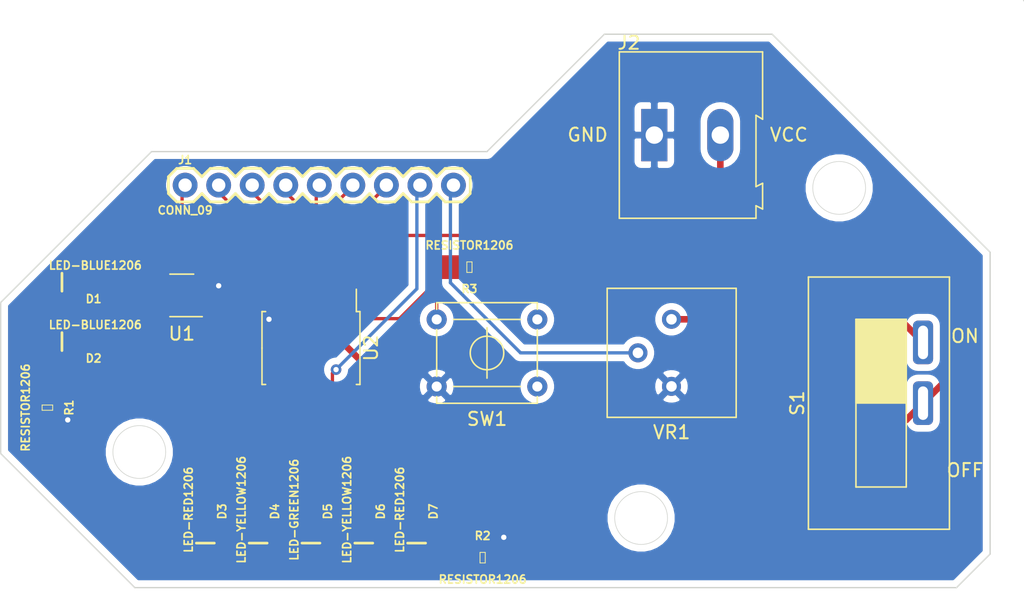
<source format=kicad_pcb>
(kicad_pcb (version 20171130) (host pcbnew 5.1.10)

  (general
    (thickness 1.6)
    (drawings 18)
    (tracks 106)
    (zones 0)
    (modules 17)
    (nets 27)
  )

  (page A4)
  (layers
    (0 F.Cu signal)
    (31 B.Cu signal)
    (32 B.Adhes user)
    (33 F.Adhes user)
    (34 B.Paste user)
    (35 F.Paste user)
    (36 B.SilkS user)
    (37 F.SilkS user)
    (38 B.Mask user)
    (39 F.Mask user)
    (40 Dwgs.User user)
    (41 Cmts.User user)
    (42 Eco1.User user)
    (43 Eco2.User user)
    (44 Edge.Cuts user)
    (45 Margin user)
    (46 B.CrtYd user)
    (47 F.CrtYd user)
    (48 B.Fab user)
    (49 F.Fab user)
  )

  (setup
    (last_trace_width 0.25)
    (trace_clearance 0.2)
    (zone_clearance 0.508)
    (zone_45_only no)
    (trace_min 0.2)
    (via_size 0.8)
    (via_drill 0.4)
    (via_min_size 0.4)
    (via_min_drill 0.3)
    (uvia_size 0.3)
    (uvia_drill 0.1)
    (uvias_allowed no)
    (uvia_min_size 0.2)
    (uvia_min_drill 0.1)
    (edge_width 0.05)
    (segment_width 0.2)
    (pcb_text_width 0.3)
    (pcb_text_size 1.5 1.5)
    (mod_edge_width 0.12)
    (mod_text_size 1 1)
    (mod_text_width 0.15)
    (pad_size 1.524 1.524)
    (pad_drill 0.762)
    (pad_to_mask_clearance 0)
    (aux_axis_origin 0 0)
    (visible_elements FFFFFF7F)
    (pcbplotparams
      (layerselection 0x010fc_ffffffff)
      (usegerberextensions false)
      (usegerberattributes true)
      (usegerberadvancedattributes true)
      (creategerberjobfile true)
      (excludeedgelayer true)
      (linewidth 0.100000)
      (plotframeref false)
      (viasonmask false)
      (mode 1)
      (useauxorigin false)
      (hpglpennumber 1)
      (hpglpenspeed 20)
      (hpglpendiameter 15.000000)
      (psnegative false)
      (psa4output false)
      (plotreference true)
      (plotvalue true)
      (plotinvisibletext false)
      (padsonsilk false)
      (subtractmaskfromsilk false)
      (outputformat 1)
      (mirror false)
      (drillshape 0)
      (scaleselection 1)
      (outputdirectory ""))
  )

  (net 0 "")
  (net 1 "Net-(D1-PadC)")
  (net 2 "Net-(D1-PadA)")
  (net 3 "Net-(D2-PadA)")
  (net 4 "Net-(D3-PadC)")
  (net 5 "Net-(D3-PadA)")
  (net 6 "Net-(D4-PadA)")
  (net 7 "Net-(D5-PadA)")
  (net 8 "Net-(D6-PadA)")
  (net 9 "Net-(D7-PadA)")
  (net 10 "Net-(R3-Pad2)")
  (net 11 5V)
  (net 12 "Net-(J1-Pad1)")
  (net 13 "Net-(J1-Pad2)")
  (net 14 "Net-(J1-Pad9)")
  (net 15 "Net-(J1-Pad8)")
  (net 16 "Net-(J1-Pad7)")
  (net 17 "Net-(J1-Pad6)")
  (net 18 "Net-(J1-Pad5)")
  (net 19 "Net-(J1-Pad4)")
  (net 20 "Net-(J1-Pad3)")
  (net 21 "Net-(SW1-Pad4)")
  (net 22 "Net-(SW1-Pad2)")
  (net 23 GND)
  (net 24 "Net-(R3-Pad1)")
  (net 25 "Net-(U2-Pad11)")
  (net 26 "Net-(U2-Pad9)")

  (net_class Default "This is the default net class."
    (clearance 0.2)
    (trace_width 0.25)
    (via_dia 0.8)
    (via_drill 0.4)
    (uvia_dia 0.3)
    (uvia_drill 0.1)
    (add_net 5V)
    (add_net GND)
    (add_net "Net-(D1-PadA)")
    (add_net "Net-(D1-PadC)")
    (add_net "Net-(D2-PadA)")
    (add_net "Net-(D3-PadA)")
    (add_net "Net-(D3-PadC)")
    (add_net "Net-(D4-PadA)")
    (add_net "Net-(D5-PadA)")
    (add_net "Net-(D6-PadA)")
    (add_net "Net-(D7-PadA)")
    (add_net "Net-(J1-Pad1)")
    (add_net "Net-(J1-Pad2)")
    (add_net "Net-(J1-Pad3)")
    (add_net "Net-(J1-Pad4)")
    (add_net "Net-(J1-Pad5)")
    (add_net "Net-(J1-Pad6)")
    (add_net "Net-(J1-Pad7)")
    (add_net "Net-(J1-Pad8)")
    (add_net "Net-(J1-Pad9)")
    (add_net "Net-(R3-Pad1)")
    (add_net "Net-(R3-Pad2)")
    (add_net "Net-(SW1-Pad2)")
    (add_net "Net-(SW1-Pad4)")
    (add_net "Net-(U2-Pad11)")
    (add_net "Net-(U2-Pad9)")
  )

  (net_class Double ""
    (clearance 0.2)
    (trace_width 0.5)
    (via_dia 0.8)
    (via_drill 0.4)
    (uvia_dia 0.3)
    (uvia_drill 0.1)
  )

  (module Switches:SPST_Switch_5.08MM (layer F.Cu) (tedit 61121A7C) (tstamp 611CF389)
    (at 135.89 114.3 270)
    (path /612FB36A)
    (fp_text reference S1 (at 0 12.065 90) (layer F.SilkS)
      (effects (font (size 1 1) (thickness 0.15)))
    )
    (fp_text value MOMENTARY-SWITCH-SPST-SMD-5.2MM (at 0 12.065 90) (layer F.Fab)
      (effects (font (size 1 1) (thickness 0.15)))
    )
    (fp_poly (pts (xy 0 7.62) (xy -6.35 7.62) (xy -6.35 3.81) (xy 0 3.81)) (layer F.SilkS) (width 0.1))
    (fp_line (start -6.35 7.62) (end -6.35 3.81) (layer F.SilkS) (width 0.12))
    (fp_line (start 6.35 7.62) (end -6.35 7.62) (layer F.SilkS) (width 0.12))
    (fp_line (start 6.35 3.81) (end 6.35 7.62) (layer F.SilkS) (width 0.12))
    (fp_line (start -6.35 3.81) (end 6.35 3.81) (layer F.SilkS) (width 0.12))
    (fp_line (start -9.55 11.22) (end 9.55 11.22) (layer F.SilkS) (width 0.12))
    (fp_line (start 9.55 0.54) (end 9.55 11.22) (layer F.SilkS) (width 0.12))
    (fp_line (start -9.55 0.54) (end -9.55 11.22) (layer F.SilkS) (width 0.12))
    (fp_line (start -9.55 0.54) (end 9.55 0.54) (layer F.SilkS) (width 0.12))
    (pad 3 thru_hole roundrect (at 0 2.54 270) (size 3.302 1.524) (drill oval 2.54 0.762) (layers *.Cu *.Mask) (roundrect_rratio 0.25)
      (net 11 5V))
    (pad 1 thru_hole roundrect (at -4.6 2.54 270) (size 3.302 1.524) (drill oval 2.54 0.762) (layers *.Cu *.Mask) (roundrect_rratio 0.25)
      (net 24 "Net-(R3-Pad1)"))
  )

  (module "General THT Pushbutton:General_THT_Pushbutton" (layer F.Cu) (tedit 61113C10) (tstamp 611CF39E)
    (at 100.33 110.5)
    (path /61130155)
    (fp_text reference SW1 (at 0 5) (layer F.SilkS)
      (effects (font (size 1 1) (thickness 0.15)))
    )
    (fp_text value SW_MEC_5E (at 0 5.08) (layer F.Fab)
      (effects (font (size 1 1) (thickness 0.15)))
    )
    (fp_line (start 3.81 3.81) (end 3.81 3.302) (layer F.SilkS) (width 0.12))
    (fp_line (start -3.81 3.81) (end -3.81 3.302) (layer F.SilkS) (width 0.12))
    (fp_line (start -3.81 -3.81) (end -3.81 -3.302) (layer F.SilkS) (width 0.12))
    (fp_line (start 3.81 -3.81) (end 3.81 -3.302) (layer F.SilkS) (width 0.12))
    (fp_line (start 3.81 -1.778) (end 3.81 1.778) (layer F.SilkS) (width 0.12))
    (fp_line (start -3.81 -1.778) (end -3.81 1.778) (layer F.SilkS) (width 0.12))
    (fp_circle (center 0 0) (end 1.27 0) (layer F.SilkS) (width 0.12))
    (fp_line (start -3.81 3.81) (end 3.81 3.81) (layer F.SilkS) (width 0.12))
    (fp_line (start 3.81 -3.81) (end -3.81 -3.81) (layer F.SilkS) (width 0.12))
    (fp_line (start -2.54 -2.54) (end 2.54 -2.54) (layer F.SilkS) (width 0.12))
    (fp_line (start -2.54 2.54) (end 2.54 2.54) (layer F.SilkS) (width 0.12))
    (fp_line (start 0 -1.27) (end 0 -1.905) (layer F.SilkS) (width 0.12))
    (fp_line (start 0 -1.905) (end 0 1.905) (layer F.SilkS) (width 0.12))
    (pad 4 thru_hole circle (at 3.81 2.54) (size 1.524 1.524) (drill 0.762) (layers *.Cu *.Mask)
      (net 21 "Net-(SW1-Pad4)"))
    (pad 3 thru_hole circle (at -3.81 2.54) (size 1.524 1.524) (drill 0.762) (layers *.Cu *.Mask)
      (net 23 GND))
    (pad 2 thru_hole circle (at 3.81 -2.54) (size 1.524 1.524) (drill 0.762) (layers *.Cu *.Mask)
      (net 22 "Net-(SW1-Pad2)"))
    (pad 1 thru_hole circle (at -3.81 -2.54) (size 1.524 1.524) (drill 0.762) (layers *.Cu *.Mask)
      (net 10 "Net-(R3-Pad2)"))
  )

  (module Connectors:1X09 (layer F.Cu) (tedit 5963D769) (tstamp 611CF2CB)
    (at 77.47 97.79)
    (descr "PLATED THROUGH HOLE -9 PIN")
    (tags "PLATED THROUGH HOLE -9 PIN")
    (path /6126D419)
    (attr virtual)
    (fp_text reference J1 (at 0 -1.905) (layer F.SilkS)
      (effects (font (size 0.6096 0.6096) (thickness 0.127)))
    )
    (fp_text value CONN_09 (at 0 1.905) (layer F.SilkS)
      (effects (font (size 0.6096 0.6096) (thickness 0.127)))
    )
    (fp_line (start 14.605 -1.27) (end 15.875 -1.27) (layer F.SilkS) (width 0.2032))
    (fp_line (start 15.875 -1.27) (end 16.51 -0.635) (layer F.SilkS) (width 0.2032))
    (fp_line (start 16.51 0.635) (end 15.875 1.27) (layer F.SilkS) (width 0.2032))
    (fp_line (start 11.43 -0.635) (end 12.065 -1.27) (layer F.SilkS) (width 0.2032))
    (fp_line (start 12.065 -1.27) (end 13.335 -1.27) (layer F.SilkS) (width 0.2032))
    (fp_line (start 13.335 -1.27) (end 13.97 -0.635) (layer F.SilkS) (width 0.2032))
    (fp_line (start 13.97 0.635) (end 13.335 1.27) (layer F.SilkS) (width 0.2032))
    (fp_line (start 13.335 1.27) (end 12.065 1.27) (layer F.SilkS) (width 0.2032))
    (fp_line (start 12.065 1.27) (end 11.43 0.635) (layer F.SilkS) (width 0.2032))
    (fp_line (start 14.605 -1.27) (end 13.97 -0.635) (layer F.SilkS) (width 0.2032))
    (fp_line (start 13.97 0.635) (end 14.605 1.27) (layer F.SilkS) (width 0.2032))
    (fp_line (start 15.875 1.27) (end 14.605 1.27) (layer F.SilkS) (width 0.2032))
    (fp_line (start 6.985 -1.27) (end 8.255 -1.27) (layer F.SilkS) (width 0.2032))
    (fp_line (start 8.255 -1.27) (end 8.89 -0.635) (layer F.SilkS) (width 0.2032))
    (fp_line (start 8.89 0.635) (end 8.255 1.27) (layer F.SilkS) (width 0.2032))
    (fp_line (start 8.89 -0.635) (end 9.525 -1.27) (layer F.SilkS) (width 0.2032))
    (fp_line (start 9.525 -1.27) (end 10.795 -1.27) (layer F.SilkS) (width 0.2032))
    (fp_line (start 10.795 -1.27) (end 11.43 -0.635) (layer F.SilkS) (width 0.2032))
    (fp_line (start 11.43 0.635) (end 10.795 1.27) (layer F.SilkS) (width 0.2032))
    (fp_line (start 10.795 1.27) (end 9.525 1.27) (layer F.SilkS) (width 0.2032))
    (fp_line (start 9.525 1.27) (end 8.89 0.635) (layer F.SilkS) (width 0.2032))
    (fp_line (start 3.81 -0.635) (end 4.445 -1.27) (layer F.SilkS) (width 0.2032))
    (fp_line (start 4.445 -1.27) (end 5.715 -1.27) (layer F.SilkS) (width 0.2032))
    (fp_line (start 5.715 -1.27) (end 6.35 -0.635) (layer F.SilkS) (width 0.2032))
    (fp_line (start 6.35 0.635) (end 5.715 1.27) (layer F.SilkS) (width 0.2032))
    (fp_line (start 5.715 1.27) (end 4.445 1.27) (layer F.SilkS) (width 0.2032))
    (fp_line (start 4.445 1.27) (end 3.81 0.635) (layer F.SilkS) (width 0.2032))
    (fp_line (start 6.985 -1.27) (end 6.35 -0.635) (layer F.SilkS) (width 0.2032))
    (fp_line (start 6.35 0.635) (end 6.985 1.27) (layer F.SilkS) (width 0.2032))
    (fp_line (start 8.255 1.27) (end 6.985 1.27) (layer F.SilkS) (width 0.2032))
    (fp_line (start -0.635 -1.27) (end 0.635 -1.27) (layer F.SilkS) (width 0.2032))
    (fp_line (start 0.635 -1.27) (end 1.27 -0.635) (layer F.SilkS) (width 0.2032))
    (fp_line (start 1.27 0.635) (end 0.635 1.27) (layer F.SilkS) (width 0.2032))
    (fp_line (start 1.27 -0.635) (end 1.905 -1.27) (layer F.SilkS) (width 0.2032))
    (fp_line (start 1.905 -1.27) (end 3.175 -1.27) (layer F.SilkS) (width 0.2032))
    (fp_line (start 3.175 -1.27) (end 3.81 -0.635) (layer F.SilkS) (width 0.2032))
    (fp_line (start 3.81 0.635) (end 3.175 1.27) (layer F.SilkS) (width 0.2032))
    (fp_line (start 3.175 1.27) (end 1.905 1.27) (layer F.SilkS) (width 0.2032))
    (fp_line (start 1.905 1.27) (end 1.27 0.635) (layer F.SilkS) (width 0.2032))
    (fp_line (start -1.27 -0.635) (end -1.27 0.635) (layer F.SilkS) (width 0.2032))
    (fp_line (start -0.635 -1.27) (end -1.27 -0.635) (layer F.SilkS) (width 0.2032))
    (fp_line (start -1.27 0.635) (end -0.635 1.27) (layer F.SilkS) (width 0.2032))
    (fp_line (start 0.635 1.27) (end -0.635 1.27) (layer F.SilkS) (width 0.2032))
    (fp_line (start 17.145 -1.27) (end 18.415 -1.27) (layer F.SilkS) (width 0.2032))
    (fp_line (start 18.415 -1.27) (end 19.05 -0.635) (layer F.SilkS) (width 0.2032))
    (fp_line (start 19.05 0.635) (end 18.415 1.27) (layer F.SilkS) (width 0.2032))
    (fp_line (start 17.145 -1.27) (end 16.51 -0.635) (layer F.SilkS) (width 0.2032))
    (fp_line (start 16.51 0.635) (end 17.145 1.27) (layer F.SilkS) (width 0.2032))
    (fp_line (start 18.415 1.27) (end 17.145 1.27) (layer F.SilkS) (width 0.2032))
    (fp_line (start 19.685 -1.27) (end 20.955 -1.27) (layer F.SilkS) (width 0.2032))
    (fp_line (start 20.955 -1.27) (end 21.59 -0.635) (layer F.SilkS) (width 0.2032))
    (fp_line (start 21.59 0.635) (end 20.955 1.27) (layer F.SilkS) (width 0.2032))
    (fp_line (start 19.685 -1.27) (end 19.05 -0.635) (layer F.SilkS) (width 0.2032))
    (fp_line (start 19.05 0.635) (end 19.685 1.27) (layer F.SilkS) (width 0.2032))
    (fp_line (start 20.955 1.27) (end 19.685 1.27) (layer F.SilkS) (width 0.2032))
    (fp_line (start 21.59 -0.635) (end 21.59 0.635) (layer F.SilkS) (width 0.2032))
    (pad 9 thru_hole circle (at 20.32 0) (size 1.8796 1.8796) (drill 1.016) (layers *.Cu *.Mask)
      (net 14 "Net-(J1-Pad9)") (solder_mask_margin 0.1016))
    (pad 8 thru_hole circle (at 17.78 0) (size 1.8796 1.8796) (drill 1.016) (layers *.Cu *.Mask)
      (net 15 "Net-(J1-Pad8)") (solder_mask_margin 0.1016))
    (pad 7 thru_hole circle (at 15.24 0) (size 1.8796 1.8796) (drill 1.016) (layers *.Cu *.Mask)
      (net 16 "Net-(J1-Pad7)") (solder_mask_margin 0.1016))
    (pad 6 thru_hole circle (at 12.7 0) (size 1.8796 1.8796) (drill 1.016) (layers *.Cu *.Mask)
      (net 17 "Net-(J1-Pad6)") (solder_mask_margin 0.1016))
    (pad 5 thru_hole circle (at 10.16 0) (size 1.8796 1.8796) (drill 1.016) (layers *.Cu *.Mask)
      (net 18 "Net-(J1-Pad5)") (solder_mask_margin 0.1016))
    (pad 4 thru_hole circle (at 7.62 0) (size 1.8796 1.8796) (drill 1.016) (layers *.Cu *.Mask)
      (net 19 "Net-(J1-Pad4)") (solder_mask_margin 0.1016))
    (pad 3 thru_hole circle (at 5.08 0) (size 1.8796 1.8796) (drill 1.016) (layers *.Cu *.Mask)
      (net 20 "Net-(J1-Pad3)") (solder_mask_margin 0.1016))
    (pad 2 thru_hole circle (at 2.54 0) (size 1.8796 1.8796) (drill 1.016) (layers *.Cu *.Mask)
      (net 13 "Net-(J1-Pad2)") (solder_mask_margin 0.1016))
    (pad 1 thru_hole circle (at 0 0) (size 1.8796 1.8796) (drill 1.016) (layers *.Cu *.Mask)
      (net 12 "Net-(J1-Pad1)") (solder_mask_margin 0.1016))
  )

  (module Potentiometer_THT:Potentiometer_Bourns_3386P_Vertical (layer F.Cu) (tedit 5AA07388) (tstamp 611CF3F5)
    (at 114.3 107.95 180)
    (descr "Potentiometer, vertical, Bourns 3386P, https://www.bourns.com/pdfs/3386.pdf")
    (tags "Potentiometer vertical Bourns 3386P")
    (path /6115F0D7)
    (fp_text reference VR1 (at -0.015 -8.555) (layer F.SilkS)
      (effects (font (size 1 1) (thickness 0.15)))
    )
    (fp_text value TRIMPOT-PTH-10MM-KNOB-1_2W-10% (at -0.015 3.475) (layer F.Fab)
      (effects (font (size 1 1) (thickness 0.15)))
    )
    (fp_text user %R (at -3.78 -2.54 90) (layer F.Fab)
      (effects (font (size 1 1) (thickness 0.15)))
    )
    (fp_circle (center -0.891 -2.54) (end 0.684 -2.54) (layer F.Fab) (width 0.1))
    (fp_line (start -4.78 -7.305) (end -4.78 2.225) (layer F.Fab) (width 0.1))
    (fp_line (start -4.78 2.225) (end 4.75 2.225) (layer F.Fab) (width 0.1))
    (fp_line (start 4.75 2.225) (end 4.75 -7.305) (layer F.Fab) (width 0.1))
    (fp_line (start 4.75 -7.305) (end -4.78 -7.305) (layer F.Fab) (width 0.1))
    (fp_line (start -0.891 -0.98) (end -0.89 -4.099) (layer F.Fab) (width 0.1))
    (fp_line (start -0.891 -0.98) (end -0.89 -4.099) (layer F.Fab) (width 0.1))
    (fp_line (start -4.9 -7.425) (end 4.87 -7.425) (layer F.SilkS) (width 0.12))
    (fp_line (start -4.9 2.345) (end 4.87 2.345) (layer F.SilkS) (width 0.12))
    (fp_line (start -4.9 -7.425) (end -4.9 2.345) (layer F.SilkS) (width 0.12))
    (fp_line (start 4.87 -7.425) (end 4.87 2.345) (layer F.SilkS) (width 0.12))
    (fp_line (start -5.03 -7.56) (end -5.03 2.48) (layer F.CrtYd) (width 0.05))
    (fp_line (start -5.03 2.48) (end 5 2.48) (layer F.CrtYd) (width 0.05))
    (fp_line (start 5 2.48) (end 5 -7.56) (layer F.CrtYd) (width 0.05))
    (fp_line (start 5 -7.56) (end -5.03 -7.56) (layer F.CrtYd) (width 0.05))
    (pad 1 thru_hole circle (at 0 0 180) (size 1.44 1.44) (drill 0.8) (layers *.Cu *.Mask)
      (net 24 "Net-(R3-Pad1)"))
    (pad 2 thru_hole circle (at 2.54 -2.54 180) (size 1.44 1.44) (drill 0.8) (layers *.Cu *.Mask)
      (net 14 "Net-(J1-Pad9)"))
    (pad 3 thru_hole circle (at 0 -5.08 180) (size 1.44 1.44) (drill 0.8) (layers *.Cu *.Mask)
      (net 23 GND))
    (model ${KISYS3DMOD}/Potentiometer_THT.3dshapes/Potentiometer_Bourns_3386P_Vertical.wrl
      (at (xyz 0 0 0))
      (scale (xyz 1 1 1))
      (rotate (xyz 0 0 0))
    )
  )

  (module Package_SO:SSOP-20_5.3x7.2mm_P0.65mm (layer F.Cu) (tedit 5D9F72B1) (tstamp 611CF777)
    (at 87 110.125 270)
    (descr "SSOP, 20 Pin (http://ww1.microchip.com/downloads/en/DeviceDoc/40001800C.pdf), generated with kicad-footprint-generator ipc_gullwing_generator.py")
    (tags "SSOP SO")
    (path /611CD729)
    (attr smd)
    (fp_text reference U2 (at 0 -4.55 90) (layer F.SilkS)
      (effects (font (size 1 1) (thickness 0.15)))
    )
    (fp_text value 74HCT541 (at 0 4.55 90) (layer F.Fab)
      (effects (font (size 1 1) (thickness 0.15)))
    )
    (fp_line (start 4.7 -3.85) (end -4.7 -3.85) (layer F.CrtYd) (width 0.05))
    (fp_line (start 4.7 3.85) (end 4.7 -3.85) (layer F.CrtYd) (width 0.05))
    (fp_line (start -4.7 3.85) (end 4.7 3.85) (layer F.CrtYd) (width 0.05))
    (fp_line (start -4.7 -3.85) (end -4.7 3.85) (layer F.CrtYd) (width 0.05))
    (fp_line (start -2.65 -2.6) (end -1.65 -3.6) (layer F.Fab) (width 0.1))
    (fp_line (start -2.65 3.6) (end -2.65 -2.6) (layer F.Fab) (width 0.1))
    (fp_line (start 2.65 3.6) (end -2.65 3.6) (layer F.Fab) (width 0.1))
    (fp_line (start 2.65 -3.6) (end 2.65 3.6) (layer F.Fab) (width 0.1))
    (fp_line (start -1.65 -3.6) (end 2.65 -3.6) (layer F.Fab) (width 0.1))
    (fp_line (start -2.76 -3.435) (end -4.45 -3.435) (layer F.SilkS) (width 0.12))
    (fp_line (start -2.76 -3.71) (end -2.76 -3.435) (layer F.SilkS) (width 0.12))
    (fp_line (start 0 -3.71) (end -2.76 -3.71) (layer F.SilkS) (width 0.12))
    (fp_line (start 2.76 -3.71) (end 2.76 -3.435) (layer F.SilkS) (width 0.12))
    (fp_line (start 0 -3.71) (end 2.76 -3.71) (layer F.SilkS) (width 0.12))
    (fp_line (start -2.76 3.71) (end -2.76 3.435) (layer F.SilkS) (width 0.12))
    (fp_line (start 0 3.71) (end -2.76 3.71) (layer F.SilkS) (width 0.12))
    (fp_line (start 2.76 3.71) (end 2.76 3.435) (layer F.SilkS) (width 0.12))
    (fp_line (start 0 3.71) (end 2.76 3.71) (layer F.SilkS) (width 0.12))
    (fp_text user %R (at 0 0 90) (layer F.Fab)
      (effects (font (size 1 1) (thickness 0.15)))
    )
    (pad 1 smd roundrect (at -3.5 -2.925 270) (size 1.9 0.5) (layers F.Cu F.Paste F.Mask) (roundrect_rratio 0.25)
      (net 24 "Net-(R3-Pad1)"))
    (pad 2 smd roundrect (at -3.5 -2.275 270) (size 1.9 0.5) (layers F.Cu F.Paste F.Mask) (roundrect_rratio 0.25)
      (net 10 "Net-(R3-Pad2)"))
    (pad 3 smd roundrect (at -3.5 -1.625 270) (size 1.9 0.5) (layers F.Cu F.Paste F.Mask) (roundrect_rratio 0.25)
      (net 16 "Net-(J1-Pad7)"))
    (pad 4 smd roundrect (at -3.5 -0.975 270) (size 1.9 0.5) (layers F.Cu F.Paste F.Mask) (roundrect_rratio 0.25)
      (net 17 "Net-(J1-Pad6)"))
    (pad 5 smd roundrect (at -3.5 -0.325 270) (size 1.9 0.5) (layers F.Cu F.Paste F.Mask) (roundrect_rratio 0.25)
      (net 18 "Net-(J1-Pad5)"))
    (pad 6 smd roundrect (at -3.5 0.325 270) (size 1.9 0.5) (layers F.Cu F.Paste F.Mask) (roundrect_rratio 0.25)
      (net 19 "Net-(J1-Pad4)"))
    (pad 7 smd roundrect (at -3.5 0.975 270) (size 1.9 0.5) (layers F.Cu F.Paste F.Mask) (roundrect_rratio 0.25)
      (net 20 "Net-(J1-Pad3)"))
    (pad 8 smd roundrect (at -3.5 1.625 270) (size 1.9 0.5) (layers F.Cu F.Paste F.Mask) (roundrect_rratio 0.25)
      (net 13 "Net-(J1-Pad2)"))
    (pad 9 smd roundrect (at -3.5 2.275 270) (size 1.9 0.5) (layers F.Cu F.Paste F.Mask) (roundrect_rratio 0.25)
      (net 26 "Net-(U2-Pad9)"))
    (pad 10 smd roundrect (at -3.5 2.925 270) (size 1.9 0.5) (layers F.Cu F.Paste F.Mask) (roundrect_rratio 0.25)
      (net 23 GND))
    (pad 11 smd roundrect (at 3.5 2.925 270) (size 1.9 0.5) (layers F.Cu F.Paste F.Mask) (roundrect_rratio 0.25)
      (net 25 "Net-(U2-Pad11)"))
    (pad 12 smd roundrect (at 3.5 2.275 270) (size 1.9 0.5) (layers F.Cu F.Paste F.Mask) (roundrect_rratio 0.25)
      (net 3 "Net-(D2-PadA)"))
    (pad 13 smd roundrect (at 3.5 1.625 270) (size 1.9 0.5) (layers F.Cu F.Paste F.Mask) (roundrect_rratio 0.25)
      (net 5 "Net-(D3-PadA)"))
    (pad 14 smd roundrect (at 3.5 0.975 270) (size 1.9 0.5) (layers F.Cu F.Paste F.Mask) (roundrect_rratio 0.25)
      (net 6 "Net-(D4-PadA)"))
    (pad 15 smd roundrect (at 3.5 0.325 270) (size 1.9 0.5) (layers F.Cu F.Paste F.Mask) (roundrect_rratio 0.25)
      (net 7 "Net-(D5-PadA)"))
    (pad 16 smd roundrect (at 3.5 -0.325 270) (size 1.9 0.5) (layers F.Cu F.Paste F.Mask) (roundrect_rratio 0.25)
      (net 8 "Net-(D6-PadA)"))
    (pad 17 smd roundrect (at 3.5 -0.975 270) (size 1.9 0.5) (layers F.Cu F.Paste F.Mask) (roundrect_rratio 0.25)
      (net 9 "Net-(D7-PadA)"))
    (pad 18 smd roundrect (at 3.5 -1.625 270) (size 1.9 0.5) (layers F.Cu F.Paste F.Mask) (roundrect_rratio 0.25)
      (net 15 "Net-(J1-Pad8)"))
    (pad 19 smd roundrect (at 3.5 -2.275 270) (size 1.9 0.5) (layers F.Cu F.Paste F.Mask) (roundrect_rratio 0.25)
      (net 11 5V))
    (pad 20 smd roundrect (at 3.5 -2.925 270) (size 1.9 0.5) (layers F.Cu F.Paste F.Mask) (roundrect_rratio 0.25)
      (net 11 5V))
    (model ${KISYS3DMOD}/Package_SO.3dshapes/SSOP-20_5.3x7.2mm_P0.65mm.wrl
      (at (xyz 0 0 0))
      (scale (xyz 1 1 1))
      (rotate (xyz 0 0 0))
    )
  )

  (module Package_TO_SOT_SMD:SOT-23-5_HandSoldering (layer F.Cu) (tedit 5A0AB76C) (tstamp 611D2B6E)
    (at 77.216 106.14 180)
    (descr "5-pin SOT23 package")
    (tags "SOT-23-5 hand-soldering")
    (path /615672AD)
    (attr smd)
    (fp_text reference U1 (at 0 -2.9) (layer F.SilkS)
      (effects (font (size 1 1) (thickness 0.15)))
    )
    (fp_text value 74LVC1G34 (at 0 2.9) (layer F.Fab)
      (effects (font (size 1 1) (thickness 0.15)))
    )
    (fp_line (start 2.38 1.8) (end -2.38 1.8) (layer F.CrtYd) (width 0.05))
    (fp_line (start 2.38 1.8) (end 2.38 -1.8) (layer F.CrtYd) (width 0.05))
    (fp_line (start -2.38 -1.8) (end -2.38 1.8) (layer F.CrtYd) (width 0.05))
    (fp_line (start -2.38 -1.8) (end 2.38 -1.8) (layer F.CrtYd) (width 0.05))
    (fp_line (start 0.9 -1.55) (end 0.9 1.55) (layer F.Fab) (width 0.1))
    (fp_line (start 0.9 1.55) (end -0.9 1.55) (layer F.Fab) (width 0.1))
    (fp_line (start -0.9 -0.9) (end -0.9 1.55) (layer F.Fab) (width 0.1))
    (fp_line (start 0.9 -1.55) (end -0.25 -1.55) (layer F.Fab) (width 0.1))
    (fp_line (start -0.9 -0.9) (end -0.25 -1.55) (layer F.Fab) (width 0.1))
    (fp_line (start 0.9 -1.61) (end -1.55 -1.61) (layer F.SilkS) (width 0.12))
    (fp_line (start -0.9 1.61) (end 0.9 1.61) (layer F.SilkS) (width 0.12))
    (fp_text user %R (at 0 0 90) (layer F.Fab)
      (effects (font (size 0.5 0.5) (thickness 0.075)))
    )
    (pad 1 smd rect (at -1.35 -0.95 180) (size 1.56 0.65) (layers F.Cu F.Paste F.Mask))
    (pad 2 smd rect (at -1.35 0 180) (size 1.56 0.65) (layers F.Cu F.Paste F.Mask)
      (net 12 "Net-(J1-Pad1)"))
    (pad 3 smd rect (at -1.35 0.95 180) (size 1.56 0.65) (layers F.Cu F.Paste F.Mask)
      (net 23 GND))
    (pad 4 smd rect (at 1.35 0.95 180) (size 1.56 0.65) (layers F.Cu F.Paste F.Mask)
      (net 2 "Net-(D1-PadA)"))
    (pad 5 smd rect (at 1.35 -0.95 180) (size 1.56 0.65) (layers F.Cu F.Paste F.Mask)
      (net 11 5V))
    (model ${KISYS3DMOD}/Package_TO_SOT_SMD.3dshapes/SOT-23-5.wrl
      (at (xyz 0 0 0))
      (scale (xyz 1 1 1))
      (rotate (xyz 0 0 0))
    )
  )

  (module Resistors:1206 (layer F.Cu) (tedit 200000) (tstamp 611CF37A)
    (at 99 104 180)
    (descr "GENERIC 3216 (1206) PACKAGE")
    (tags "GENERIC 3216 (1206) PACKAGE")
    (path /61131620)
    (attr smd)
    (fp_text reference R3 (at 0 -1.651) (layer F.SilkS)
      (effects (font (size 0.6096 0.6096) (thickness 0.127)))
    )
    (fp_text value RESISTOR1206 (at 0 1.651) (layer F.SilkS)
      (effects (font (size 0.6096 0.6096) (thickness 0.127)))
    )
    (fp_line (start -1.7018 0.8509) (end -0.94996 0.8509) (layer Dwgs.User) (width 0.06604))
    (fp_line (start -0.94996 0.8509) (end -0.94996 -0.84836) (layer Dwgs.User) (width 0.06604))
    (fp_line (start -1.7018 -0.84836) (end -0.94996 -0.84836) (layer Dwgs.User) (width 0.06604))
    (fp_line (start -1.7018 0.8509) (end -1.7018 -0.84836) (layer Dwgs.User) (width 0.06604))
    (fp_line (start 0.94996 0.84836) (end 1.7018 0.84836) (layer Dwgs.User) (width 0.06604))
    (fp_line (start 1.7018 0.84836) (end 1.7018 -0.8509) (layer Dwgs.User) (width 0.06604))
    (fp_line (start 0.94996 -0.8509) (end 1.7018 -0.8509) (layer Dwgs.User) (width 0.06604))
    (fp_line (start 0.94996 0.84836) (end 0.94996 -0.8509) (layer Dwgs.User) (width 0.06604))
    (fp_line (start -0.19812 0.39878) (end 0.19812 0.39878) (layer F.SilkS) (width 0.06604))
    (fp_line (start 0.19812 0.39878) (end 0.19812 -0.39878) (layer F.SilkS) (width 0.06604))
    (fp_line (start -0.19812 -0.39878) (end 0.19812 -0.39878) (layer F.SilkS) (width 0.06604))
    (fp_line (start -0.19812 0.39878) (end -0.19812 -0.39878) (layer F.SilkS) (width 0.06604))
    (fp_line (start -2.39776 -1.09982) (end 2.39776 -1.09982) (layer F.CrtYd) (width 0.0508))
    (fp_line (start 2.39776 1.09982) (end -2.39776 1.09982) (layer F.CrtYd) (width 0.0508))
    (fp_line (start -2.39776 1.09982) (end -2.39776 -1.09982) (layer F.CrtYd) (width 0.0508))
    (fp_line (start 2.39776 -1.09982) (end 2.39776 1.09982) (layer F.CrtYd) (width 0.0508))
    (fp_line (start -0.96266 -0.78486) (end 0.96266 -0.78486) (layer Dwgs.User) (width 0.1016))
    (fp_line (start -0.96266 0.78486) (end 0.96266 0.78486) (layer Dwgs.User) (width 0.1016))
    (pad 2 smd rect (at 1.39954 0 180) (size 1.59766 1.79832) (layers F.Cu F.Paste F.Mask)
      (net 10 "Net-(R3-Pad2)") (solder_mask_margin 0.1016))
    (pad 1 smd rect (at -1.39954 0 180) (size 1.59766 1.79832) (layers F.Cu F.Paste F.Mask)
      (net 24 "Net-(R3-Pad1)") (solder_mask_margin 0.1016))
  )

  (module Resistors:1206 (layer F.Cu) (tedit 200000) (tstamp 611CF362)
    (at 100 126)
    (descr "GENERIC 3216 (1206) PACKAGE")
    (tags "GENERIC 3216 (1206) PACKAGE")
    (path /6112A9D9)
    (attr smd)
    (fp_text reference R2 (at 0 -1.651) (layer F.SilkS)
      (effects (font (size 0.6096 0.6096) (thickness 0.127)))
    )
    (fp_text value RESISTOR1206 (at 0 1.651) (layer F.SilkS)
      (effects (font (size 0.6096 0.6096) (thickness 0.127)))
    )
    (fp_line (start -1.7018 0.8509) (end -0.94996 0.8509) (layer Dwgs.User) (width 0.06604))
    (fp_line (start -0.94996 0.8509) (end -0.94996 -0.84836) (layer Dwgs.User) (width 0.06604))
    (fp_line (start -1.7018 -0.84836) (end -0.94996 -0.84836) (layer Dwgs.User) (width 0.06604))
    (fp_line (start -1.7018 0.8509) (end -1.7018 -0.84836) (layer Dwgs.User) (width 0.06604))
    (fp_line (start 0.94996 0.84836) (end 1.7018 0.84836) (layer Dwgs.User) (width 0.06604))
    (fp_line (start 1.7018 0.84836) (end 1.7018 -0.8509) (layer Dwgs.User) (width 0.06604))
    (fp_line (start 0.94996 -0.8509) (end 1.7018 -0.8509) (layer Dwgs.User) (width 0.06604))
    (fp_line (start 0.94996 0.84836) (end 0.94996 -0.8509) (layer Dwgs.User) (width 0.06604))
    (fp_line (start -0.19812 0.39878) (end 0.19812 0.39878) (layer F.SilkS) (width 0.06604))
    (fp_line (start 0.19812 0.39878) (end 0.19812 -0.39878) (layer F.SilkS) (width 0.06604))
    (fp_line (start -0.19812 -0.39878) (end 0.19812 -0.39878) (layer F.SilkS) (width 0.06604))
    (fp_line (start -0.19812 0.39878) (end -0.19812 -0.39878) (layer F.SilkS) (width 0.06604))
    (fp_line (start -2.39776 -1.09982) (end 2.39776 -1.09982) (layer F.CrtYd) (width 0.0508))
    (fp_line (start 2.39776 1.09982) (end -2.39776 1.09982) (layer F.CrtYd) (width 0.0508))
    (fp_line (start -2.39776 1.09982) (end -2.39776 -1.09982) (layer F.CrtYd) (width 0.0508))
    (fp_line (start 2.39776 -1.09982) (end 2.39776 1.09982) (layer F.CrtYd) (width 0.0508))
    (fp_line (start -0.96266 -0.78486) (end 0.96266 -0.78486) (layer Dwgs.User) (width 0.1016))
    (fp_line (start -0.96266 0.78486) (end 0.96266 0.78486) (layer Dwgs.User) (width 0.1016))
    (pad 2 smd rect (at 1.39954 0) (size 1.59766 1.79832) (layers F.Cu F.Paste F.Mask)
      (net 23 GND) (solder_mask_margin 0.1016))
    (pad 1 smd rect (at -1.39954 0) (size 1.59766 1.79832) (layers F.Cu F.Paste F.Mask)
      (net 4 "Net-(D3-PadC)") (solder_mask_margin 0.1016))
  )

  (module Resistors:1206 (layer F.Cu) (tedit 200000) (tstamp 611CF34A)
    (at 67.04 114.64 270)
    (descr "GENERIC 3216 (1206) PACKAGE")
    (tags "GENERIC 3216 (1206) PACKAGE")
    (path /61229709)
    (attr smd)
    (fp_text reference R1 (at 0 -1.651 90) (layer F.SilkS)
      (effects (font (size 0.6096 0.6096) (thickness 0.127)))
    )
    (fp_text value RESISTOR1206 (at 0 1.651 90) (layer F.SilkS)
      (effects (font (size 0.6096 0.6096) (thickness 0.127)))
    )
    (fp_line (start -1.7018 0.8509) (end -0.94996 0.8509) (layer Dwgs.User) (width 0.06604))
    (fp_line (start -0.94996 0.8509) (end -0.94996 -0.84836) (layer Dwgs.User) (width 0.06604))
    (fp_line (start -1.7018 -0.84836) (end -0.94996 -0.84836) (layer Dwgs.User) (width 0.06604))
    (fp_line (start -1.7018 0.8509) (end -1.7018 -0.84836) (layer Dwgs.User) (width 0.06604))
    (fp_line (start 0.94996 0.84836) (end 1.7018 0.84836) (layer Dwgs.User) (width 0.06604))
    (fp_line (start 1.7018 0.84836) (end 1.7018 -0.8509) (layer Dwgs.User) (width 0.06604))
    (fp_line (start 0.94996 -0.8509) (end 1.7018 -0.8509) (layer Dwgs.User) (width 0.06604))
    (fp_line (start 0.94996 0.84836) (end 0.94996 -0.8509) (layer Dwgs.User) (width 0.06604))
    (fp_line (start -0.19812 0.39878) (end 0.19812 0.39878) (layer F.SilkS) (width 0.06604))
    (fp_line (start 0.19812 0.39878) (end 0.19812 -0.39878) (layer F.SilkS) (width 0.06604))
    (fp_line (start -0.19812 -0.39878) (end 0.19812 -0.39878) (layer F.SilkS) (width 0.06604))
    (fp_line (start -0.19812 0.39878) (end -0.19812 -0.39878) (layer F.SilkS) (width 0.06604))
    (fp_line (start -2.39776 -1.09982) (end 2.39776 -1.09982) (layer F.CrtYd) (width 0.0508))
    (fp_line (start 2.39776 1.09982) (end -2.39776 1.09982) (layer F.CrtYd) (width 0.0508))
    (fp_line (start -2.39776 1.09982) (end -2.39776 -1.09982) (layer F.CrtYd) (width 0.0508))
    (fp_line (start 2.39776 -1.09982) (end 2.39776 1.09982) (layer F.CrtYd) (width 0.0508))
    (fp_line (start -0.96266 -0.78486) (end 0.96266 -0.78486) (layer Dwgs.User) (width 0.1016))
    (fp_line (start -0.96266 0.78486) (end 0.96266 0.78486) (layer Dwgs.User) (width 0.1016))
    (pad 2 smd rect (at 1.39954 0 270) (size 1.59766 1.79832) (layers F.Cu F.Paste F.Mask)
      (net 23 GND) (solder_mask_margin 0.1016))
    (pad 1 smd rect (at -1.39954 0 270) (size 1.59766 1.79832) (layers F.Cu F.Paste F.Mask)
      (net 1 "Net-(D1-PadC)") (solder_mask_margin 0.1016))
  )

  (module TerminalBlock:TerminalBlock_Altech_AK300-2_P5.00mm (layer F.Cu) (tedit 59FF0306) (tstamp 611CF332)
    (at 113 94)
    (descr "Altech AK300 terminal block, pitch 5.0mm, 45 degree angled, see http://www.mouser.com/ds/2/16/PCBMETRC-24178.pdf")
    (tags "Altech AK300 terminal block pitch 5.0mm")
    (path /61517798)
    (fp_text reference J2 (at -1.92 -6.99) (layer F.SilkS)
      (effects (font (size 1 1) (thickness 0.15)))
    )
    (fp_text value Screw_Terminal_01x02 (at 2.78 7.75) (layer F.Fab)
      (effects (font (size 1 1) (thickness 0.15)))
    )
    (fp_arc (start -1.13 -4.65) (end -1.42 -4.13) (angle 104.2) (layer F.Fab) (width 0.1))
    (fp_arc (start -0.01 -3.71) (end -1.62 -5) (angle 100) (layer F.Fab) (width 0.1))
    (fp_arc (start 0.06 -6.07) (end 1.53 -4.12) (angle 75.5) (layer F.Fab) (width 0.1))
    (fp_arc (start 1.03 -4.59) (end 1.53 -5.05) (angle 90.5) (layer F.Fab) (width 0.1))
    (fp_arc (start 3.87 -4.65) (end 3.58 -4.13) (angle 104.2) (layer F.Fab) (width 0.1))
    (fp_arc (start 4.99 -3.71) (end 3.39 -5) (angle 100) (layer F.Fab) (width 0.1))
    (fp_arc (start 5.07 -6.07) (end 6.53 -4.12) (angle 75.5) (layer F.Fab) (width 0.1))
    (fp_arc (start 6.03 -4.59) (end 6.54 -5.05) (angle 90.5) (layer F.Fab) (width 0.1))
    (fp_text user %R (at 2.5 -2) (layer F.Fab)
      (effects (font (size 1 1) (thickness 0.15)))
    )
    (fp_line (start -2.65 -6.3) (end -2.65 6.3) (layer F.SilkS) (width 0.12))
    (fp_line (start -2.65 6.3) (end 7.7 6.3) (layer F.SilkS) (width 0.12))
    (fp_line (start 7.7 6.3) (end 7.7 5.35) (layer F.SilkS) (width 0.12))
    (fp_line (start 7.7 5.35) (end 8.2 5.6) (layer F.SilkS) (width 0.12))
    (fp_line (start 8.2 5.6) (end 8.2 3.7) (layer F.SilkS) (width 0.12))
    (fp_line (start 8.2 3.7) (end 8.2 3.65) (layer F.SilkS) (width 0.12))
    (fp_line (start 8.2 3.65) (end 7.7 3.9) (layer F.SilkS) (width 0.12))
    (fp_line (start 7.7 3.9) (end 7.7 -1.5) (layer F.SilkS) (width 0.12))
    (fp_line (start 7.7 -1.5) (end 8.2 -1.2) (layer F.SilkS) (width 0.12))
    (fp_line (start 8.2 -1.2) (end 8.2 -6.3) (layer F.SilkS) (width 0.12))
    (fp_line (start 8.2 -6.3) (end -2.65 -6.3) (layer F.SilkS) (width 0.12))
    (fp_line (start -1.26 2.54) (end 1.28 2.54) (layer F.Fab) (width 0.1))
    (fp_line (start 1.28 2.54) (end 1.28 -0.25) (layer F.Fab) (width 0.1))
    (fp_line (start -1.26 -0.25) (end 1.28 -0.25) (layer F.Fab) (width 0.1))
    (fp_line (start -1.26 2.54) (end -1.26 -0.25) (layer F.Fab) (width 0.1))
    (fp_line (start 3.74 2.54) (end 6.28 2.54) (layer F.Fab) (width 0.1))
    (fp_line (start 6.28 2.54) (end 6.28 -0.25) (layer F.Fab) (width 0.1))
    (fp_line (start 3.74 -0.25) (end 6.28 -0.25) (layer F.Fab) (width 0.1))
    (fp_line (start 3.74 2.54) (end 3.74 -0.25) (layer F.Fab) (width 0.1))
    (fp_line (start 7.61 -6.22) (end 7.61 -3.17) (layer F.Fab) (width 0.1))
    (fp_line (start 7.61 -6.22) (end -2.58 -6.22) (layer F.Fab) (width 0.1))
    (fp_line (start 7.61 -6.22) (end 8.11 -6.22) (layer F.Fab) (width 0.1))
    (fp_line (start 8.11 -6.22) (end 8.11 -1.4) (layer F.Fab) (width 0.1))
    (fp_line (start 8.11 -1.4) (end 7.61 -1.65) (layer F.Fab) (width 0.1))
    (fp_line (start 8.11 5.46) (end 7.61 5.21) (layer F.Fab) (width 0.1))
    (fp_line (start 7.61 5.21) (end 7.61 6.22) (layer F.Fab) (width 0.1))
    (fp_line (start 8.11 3.81) (end 7.61 4.06) (layer F.Fab) (width 0.1))
    (fp_line (start 7.61 4.06) (end 7.61 5.21) (layer F.Fab) (width 0.1))
    (fp_line (start 8.11 3.81) (end 8.11 5.46) (layer F.Fab) (width 0.1))
    (fp_line (start 2.98 6.22) (end 2.98 4.32) (layer F.Fab) (width 0.1))
    (fp_line (start 7.05 -0.25) (end 7.05 4.32) (layer F.Fab) (width 0.1))
    (fp_line (start 2.98 6.22) (end 7.05 6.22) (layer F.Fab) (width 0.1))
    (fp_line (start 7.05 6.22) (end 7.61 6.22) (layer F.Fab) (width 0.1))
    (fp_line (start 2.04 6.22) (end 2.04 4.32) (layer F.Fab) (width 0.1))
    (fp_line (start 2.04 6.22) (end 2.98 6.22) (layer F.Fab) (width 0.1))
    (fp_line (start -2.02 -0.25) (end -2.02 4.32) (layer F.Fab) (width 0.1))
    (fp_line (start -2.58 6.22) (end -2.02 6.22) (layer F.Fab) (width 0.1))
    (fp_line (start -2.02 6.22) (end 2.04 6.22) (layer F.Fab) (width 0.1))
    (fp_line (start 2.98 4.32) (end 7.05 4.32) (layer F.Fab) (width 0.1))
    (fp_line (start 2.98 4.32) (end 2.98 -0.25) (layer F.Fab) (width 0.1))
    (fp_line (start 7.05 4.32) (end 7.05 6.22) (layer F.Fab) (width 0.1))
    (fp_line (start 2.04 4.32) (end -2.02 4.32) (layer F.Fab) (width 0.1))
    (fp_line (start 2.04 4.32) (end 2.04 -0.25) (layer F.Fab) (width 0.1))
    (fp_line (start -2.02 4.32) (end -2.02 6.22) (layer F.Fab) (width 0.1))
    (fp_line (start 6.67 3.68) (end 6.67 0.51) (layer F.Fab) (width 0.1))
    (fp_line (start 6.67 3.68) (end 3.36 3.68) (layer F.Fab) (width 0.1))
    (fp_line (start 3.36 3.68) (end 3.36 0.51) (layer F.Fab) (width 0.1))
    (fp_line (start 1.66 3.68) (end 1.66 0.51) (layer F.Fab) (width 0.1))
    (fp_line (start 1.66 3.68) (end -1.64 3.68) (layer F.Fab) (width 0.1))
    (fp_line (start -1.64 3.68) (end -1.64 0.51) (layer F.Fab) (width 0.1))
    (fp_line (start -1.64 0.51) (end -1.26 0.51) (layer F.Fab) (width 0.1))
    (fp_line (start 1.66 0.51) (end 1.28 0.51) (layer F.Fab) (width 0.1))
    (fp_line (start 3.36 0.51) (end 3.74 0.51) (layer F.Fab) (width 0.1))
    (fp_line (start 6.67 0.51) (end 6.28 0.51) (layer F.Fab) (width 0.1))
    (fp_line (start -2.58 6.22) (end -2.58 -0.64) (layer F.Fab) (width 0.1))
    (fp_line (start -2.58 -0.64) (end -2.58 -3.17) (layer F.Fab) (width 0.1))
    (fp_line (start 7.61 -1.65) (end 7.61 -0.64) (layer F.Fab) (width 0.1))
    (fp_line (start 7.61 -0.64) (end 7.61 4.06) (layer F.Fab) (width 0.1))
    (fp_line (start -2.58 -3.17) (end 7.61 -3.17) (layer F.Fab) (width 0.1))
    (fp_line (start -2.58 -3.17) (end -2.58 -6.22) (layer F.Fab) (width 0.1))
    (fp_line (start 7.61 -3.17) (end 7.61 -1.65) (layer F.Fab) (width 0.1))
    (fp_line (start 2.98 -3.43) (end 2.98 -5.97) (layer F.Fab) (width 0.1))
    (fp_line (start 2.98 -5.97) (end 7.05 -5.97) (layer F.Fab) (width 0.1))
    (fp_line (start 7.05 -5.97) (end 7.05 -3.43) (layer F.Fab) (width 0.1))
    (fp_line (start 7.05 -3.43) (end 2.98 -3.43) (layer F.Fab) (width 0.1))
    (fp_line (start 2.04 -3.43) (end 2.04 -5.97) (layer F.Fab) (width 0.1))
    (fp_line (start 2.04 -3.43) (end -2.02 -3.43) (layer F.Fab) (width 0.1))
    (fp_line (start -2.02 -3.43) (end -2.02 -5.97) (layer F.Fab) (width 0.1))
    (fp_line (start 2.04 -5.97) (end -2.02 -5.97) (layer F.Fab) (width 0.1))
    (fp_line (start 3.39 -4.45) (end 6.44 -5.08) (layer F.Fab) (width 0.1))
    (fp_line (start 3.52 -4.32) (end 6.56 -4.95) (layer F.Fab) (width 0.1))
    (fp_line (start -1.62 -4.45) (end 1.44 -5.08) (layer F.Fab) (width 0.1))
    (fp_line (start -1.49 -4.32) (end 1.56 -4.95) (layer F.Fab) (width 0.1))
    (fp_line (start -2.02 -0.25) (end -1.64 -0.25) (layer F.Fab) (width 0.1))
    (fp_line (start 2.04 -0.25) (end 1.66 -0.25) (layer F.Fab) (width 0.1))
    (fp_line (start 1.66 -0.25) (end -1.64 -0.25) (layer F.Fab) (width 0.1))
    (fp_line (start -2.58 -0.64) (end -1.64 -0.64) (layer F.Fab) (width 0.1))
    (fp_line (start -1.64 -0.64) (end 1.66 -0.64) (layer F.Fab) (width 0.1))
    (fp_line (start 1.66 -0.64) (end 3.36 -0.64) (layer F.Fab) (width 0.1))
    (fp_line (start 7.61 -0.64) (end 6.67 -0.64) (layer F.Fab) (width 0.1))
    (fp_line (start 6.67 -0.64) (end 3.36 -0.64) (layer F.Fab) (width 0.1))
    (fp_line (start 7.05 -0.25) (end 6.67 -0.25) (layer F.Fab) (width 0.1))
    (fp_line (start 2.98 -0.25) (end 3.36 -0.25) (layer F.Fab) (width 0.1))
    (fp_line (start 3.36 -0.25) (end 6.67 -0.25) (layer F.Fab) (width 0.1))
    (fp_line (start -2.83 -6.47) (end 8.36 -6.47) (layer F.CrtYd) (width 0.05))
    (fp_line (start -2.83 -6.47) (end -2.83 6.47) (layer F.CrtYd) (width 0.05))
    (fp_line (start 8.36 6.47) (end 8.36 -6.47) (layer F.CrtYd) (width 0.05))
    (fp_line (start 8.36 6.47) (end -2.83 6.47) (layer F.CrtYd) (width 0.05))
    (pad 2 thru_hole oval (at 5 0) (size 1.98 3.96) (drill 1.32) (layers *.Cu *.Mask)
      (net 11 5V))
    (pad 1 thru_hole rect (at 0 0) (size 1.98 3.96) (drill 1.32) (layers *.Cu *.Mask)
      (net 23 GND))
    (model ${KISYS3DMOD}/TerminalBlock.3dshapes/TerminalBlock_Altech_AK300-2_P5.00mm.wrl
      (at (xyz 0 0 0))
      (scale (xyz 1 1 1))
      (rotate (xyz 0 0 0))
    )
  )

  (module LED:LED-1206 (layer F.Cu) (tedit 595FF932) (tstamp 611D0E69)
    (at 95 122.5 270)
    (descr "LED 1206 SMT")
    (tags "LED 1206 SMT")
    (path /611130DC)
    (attr smd)
    (fp_text reference D7 (at 0 -1.27 90) (layer F.SilkS)
      (effects (font (size 0.6096 0.6096) (thickness 0.127)))
    )
    (fp_text value LED-RED1206 (at -0.127 1.27 90) (layer F.SilkS)
      (effects (font (size 0.6096 0.6096) (thickness 0.127)))
    )
    (fp_line (start 2.39776 -0.68072) (end 2.39776 0.68072) (layer F.SilkS) (width 0.2032))
    (fp_line (start 0.65278 -0.68072) (end 0.65278 0.68072) (layer Dwgs.User) (width 0.2032))
    (fp_line (start 0.635 0) (end 0.15748 -0.47498) (layer Dwgs.User) (width 0.2032))
    (fp_line (start 0.635 0) (end 0.15748 0.47498) (layer Dwgs.User) (width 0.2032))
    (pad C smd rect (at 1.4986 0 270) (size 1.19888 1.39954) (layers F.Cu F.Paste F.Mask)
      (net 4 "Net-(D3-PadC)") (solder_mask_margin 0.1016))
    (pad A smd rect (at -1.4986 0 270) (size 1.19888 1.39954) (layers F.Cu F.Paste F.Mask)
      (net 9 "Net-(D7-PadA)") (solder_mask_margin 0.1016))
  )

  (module LED:LED-1206 (layer F.Cu) (tedit 595FF932) (tstamp 611D0E4E)
    (at 91 122.5 270)
    (descr "LED 1206 SMT")
    (tags "LED 1206 SMT")
    (path /6111525A)
    (attr smd)
    (fp_text reference D6 (at 0 -1.27 90) (layer F.SilkS)
      (effects (font (size 0.6096 0.6096) (thickness 0.127)))
    )
    (fp_text value LED-YELLOW1206 (at -0.127 1.27 90) (layer F.SilkS)
      (effects (font (size 0.6096 0.6096) (thickness 0.127)))
    )
    (fp_line (start 2.39776 -0.68072) (end 2.39776 0.68072) (layer F.SilkS) (width 0.2032))
    (fp_line (start 0.65278 -0.68072) (end 0.65278 0.68072) (layer Dwgs.User) (width 0.2032))
    (fp_line (start 0.635 0) (end 0.15748 -0.47498) (layer Dwgs.User) (width 0.2032))
    (fp_line (start 0.635 0) (end 0.15748 0.47498) (layer Dwgs.User) (width 0.2032))
    (pad C smd rect (at 1.4986 0 270) (size 1.19888 1.39954) (layers F.Cu F.Paste F.Mask)
      (net 4 "Net-(D3-PadC)") (solder_mask_margin 0.1016))
    (pad A smd rect (at -1.4986 0 270) (size 1.19888 1.39954) (layers F.Cu F.Paste F.Mask)
      (net 8 "Net-(D6-PadA)") (solder_mask_margin 0.1016))
  )

  (module LED:LED-1206 (layer F.Cu) (tedit 595FF932) (tstamp 611CF272)
    (at 87 122.5 270)
    (descr "LED 1206 SMT")
    (tags "LED 1206 SMT")
    (path /61111314)
    (attr smd)
    (fp_text reference D5 (at 0 -1.27 90) (layer F.SilkS)
      (effects (font (size 0.6096 0.6096) (thickness 0.127)))
    )
    (fp_text value LED-GREEN1206 (at -0.127 1.27 90) (layer F.SilkS)
      (effects (font (size 0.6096 0.6096) (thickness 0.127)))
    )
    (fp_line (start 2.39776 -0.68072) (end 2.39776 0.68072) (layer F.SilkS) (width 0.2032))
    (fp_line (start 0.65278 -0.68072) (end 0.65278 0.68072) (layer Dwgs.User) (width 0.2032))
    (fp_line (start 0.635 0) (end 0.15748 -0.47498) (layer Dwgs.User) (width 0.2032))
    (fp_line (start 0.635 0) (end 0.15748 0.47498) (layer Dwgs.User) (width 0.2032))
    (pad C smd rect (at 1.4986 0 270) (size 1.19888 1.39954) (layers F.Cu F.Paste F.Mask)
      (net 4 "Net-(D3-PadC)") (solder_mask_margin 0.1016))
    (pad A smd rect (at -1.4986 0 270) (size 1.19888 1.39954) (layers F.Cu F.Paste F.Mask)
      (net 7 "Net-(D5-PadA)") (solder_mask_margin 0.1016))
  )

  (module LED:LED-1206 (layer F.Cu) (tedit 595FF932) (tstamp 611D06BD)
    (at 83 122.5 270)
    (descr "LED 1206 SMT")
    (tags "LED 1206 SMT")
    (path /61114AA2)
    (attr smd)
    (fp_text reference D4 (at 0 -1.27 90) (layer F.SilkS)
      (effects (font (size 0.6096 0.6096) (thickness 0.127)))
    )
    (fp_text value LED-YELLOW1206 (at -0.127 1.27 90) (layer F.SilkS)
      (effects (font (size 0.6096 0.6096) (thickness 0.127)))
    )
    (fp_line (start 2.39776 -0.68072) (end 2.39776 0.68072) (layer F.SilkS) (width 0.2032))
    (fp_line (start 0.65278 -0.68072) (end 0.65278 0.68072) (layer Dwgs.User) (width 0.2032))
    (fp_line (start 0.635 0) (end 0.15748 -0.47498) (layer Dwgs.User) (width 0.2032))
    (fp_line (start 0.635 0) (end 0.15748 0.47498) (layer Dwgs.User) (width 0.2032))
    (pad C smd rect (at 1.4986 0 270) (size 1.19888 1.39954) (layers F.Cu F.Paste F.Mask)
      (net 4 "Net-(D3-PadC)") (solder_mask_margin 0.1016))
    (pad A smd rect (at -1.4986 0 270) (size 1.19888 1.39954) (layers F.Cu F.Paste F.Mask)
      (net 6 "Net-(D4-PadA)") (solder_mask_margin 0.1016))
  )

  (module LED:LED-1206 (layer F.Cu) (tedit 595FF932) (tstamp 611CF25E)
    (at 79 122.5 270)
    (descr "LED 1206 SMT")
    (tags "LED 1206 SMT")
    (path /61112592)
    (attr smd)
    (fp_text reference D3 (at 0 -1.27 90) (layer F.SilkS)
      (effects (font (size 0.6096 0.6096) (thickness 0.127)))
    )
    (fp_text value LED-RED1206 (at -0.127 1.27 90) (layer F.SilkS)
      (effects (font (size 0.6096 0.6096) (thickness 0.127)))
    )
    (fp_line (start 2.39776 -0.68072) (end 2.39776 0.68072) (layer F.SilkS) (width 0.2032))
    (fp_line (start 0.65278 -0.68072) (end 0.65278 0.68072) (layer Dwgs.User) (width 0.2032))
    (fp_line (start 0.635 0) (end 0.15748 -0.47498) (layer Dwgs.User) (width 0.2032))
    (fp_line (start 0.635 0) (end 0.15748 0.47498) (layer Dwgs.User) (width 0.2032))
    (pad C smd rect (at 1.4986 0 270) (size 1.19888 1.39954) (layers F.Cu F.Paste F.Mask)
      (net 4 "Net-(D3-PadC)") (solder_mask_margin 0.1016))
    (pad A smd rect (at -1.4986 0 270) (size 1.19888 1.39954) (layers F.Cu F.Paste F.Mask)
      (net 5 "Net-(D3-PadA)") (solder_mask_margin 0.1016))
  )

  (module LED:LED-1206 (layer F.Cu) (tedit 595FF932) (tstamp 611D09B8)
    (at 70.54 109.64 180)
    (descr "LED 1206 SMT")
    (tags "LED 1206 SMT")
    (path /6158FB67)
    (attr smd)
    (fp_text reference D2 (at 0 -1.27) (layer F.SilkS)
      (effects (font (size 0.6096 0.6096) (thickness 0.127)))
    )
    (fp_text value LED-BLUE1206 (at -0.127 1.27) (layer F.SilkS)
      (effects (font (size 0.6096 0.6096) (thickness 0.127)))
    )
    (fp_line (start 2.39776 -0.68072) (end 2.39776 0.68072) (layer F.SilkS) (width 0.2032))
    (fp_line (start 0.65278 -0.68072) (end 0.65278 0.68072) (layer Dwgs.User) (width 0.2032))
    (fp_line (start 0.635 0) (end 0.15748 -0.47498) (layer Dwgs.User) (width 0.2032))
    (fp_line (start 0.635 0) (end 0.15748 0.47498) (layer Dwgs.User) (width 0.2032))
    (pad C smd rect (at 1.4986 0 180) (size 1.19888 1.39954) (layers F.Cu F.Paste F.Mask)
      (net 1 "Net-(D1-PadC)") (solder_mask_margin 0.1016))
    (pad A smd rect (at -1.4986 0 180) (size 1.19888 1.39954) (layers F.Cu F.Paste F.Mask)
      (net 3 "Net-(D2-PadA)") (solder_mask_margin 0.1016))
  )

  (module LED:LED-1206 (layer F.Cu) (tedit 595FF932) (tstamp 611D099D)
    (at 70.54 105.14 180)
    (descr "LED 1206 SMT")
    (tags "LED 1206 SMT")
    (path /6158D256)
    (attr smd)
    (fp_text reference D1 (at 0 -1.27) (layer F.SilkS)
      (effects (font (size 0.6096 0.6096) (thickness 0.127)))
    )
    (fp_text value LED-BLUE1206 (at -0.127 1.27) (layer F.SilkS)
      (effects (font (size 0.6096 0.6096) (thickness 0.127)))
    )
    (fp_line (start 2.39776 -0.68072) (end 2.39776 0.68072) (layer F.SilkS) (width 0.2032))
    (fp_line (start 0.65278 -0.68072) (end 0.65278 0.68072) (layer Dwgs.User) (width 0.2032))
    (fp_line (start 0.635 0) (end 0.15748 -0.47498) (layer Dwgs.User) (width 0.2032))
    (fp_line (start 0.635 0) (end 0.15748 0.47498) (layer Dwgs.User) (width 0.2032))
    (pad C smd rect (at 1.4986 0 180) (size 1.19888 1.39954) (layers F.Cu F.Paste F.Mask)
      (net 1 "Net-(D1-PadC)") (solder_mask_margin 0.1016))
    (pad A smd rect (at -1.4986 0 180) (size 1.19888 1.39954) (layers F.Cu F.Paste F.Mask)
      (net 2 "Net-(D1-PadA)") (solder_mask_margin 0.1016))
  )

  (gr_text OFF (at 136.525 119.38) (layer F.SilkS)
    (effects (font (size 1 1) (thickness 0.15)))
  )
  (gr_text ON (at 136.525 109.22) (layer F.SilkS)
    (effects (font (size 1 1) (thickness 0.15)))
  )
  (gr_text GND (at 107.95 93.98) (layer F.SilkS)
    (effects (font (size 1 1) (thickness 0.15)))
  )
  (gr_text VCC (at 123.19 93.98) (layer F.SilkS)
    (effects (font (size 1 1) (thickness 0.15)))
  )
  (gr_circle (center 127 98) (end 129 98) (layer Edge.Cuts) (width 0.05))
  (gr_line (start 140.97 83.82) (end 140.97 83.82) (layer Edge.Cuts) (width 0.1) (tstamp 611D3EC5))
  (gr_line (start 138.43 102.87) (end 138.43 125.73) (layer Edge.Cuts) (width 0.1) (tstamp 611D3EC3))
  (gr_circle (center 74 118) (end 74 116) (layer Edge.Cuts) (width 0.05))
  (gr_circle (center 112 123) (end 114 123) (layer Edge.Cuts) (width 0.05))
  (gr_line (start 121.92 86.36) (end 138.43 102.87) (layer Edge.Cuts) (width 0.1))
  (gr_line (start 109.22 86.36) (end 121.92 86.36) (layer Edge.Cuts) (width 0.1) (tstamp 611D3E81))
  (gr_line (start 100.33 95.25) (end 109.22 86.36) (layer Edge.Cuts) (width 0.1))
  (gr_line (start 74.93 95.25) (end 100.33 95.25) (layer Edge.Cuts) (width 0.1))
  (gr_line (start 63.5 106.68) (end 74.93 95.25) (layer Edge.Cuts) (width 0.1))
  (gr_line (start 63.5 118.11) (end 63.5 106.68) (layer Edge.Cuts) (width 0.1))
  (gr_line (start 73.66 128.27) (end 63.5 118.11) (layer Edge.Cuts) (width 0.1))
  (gr_line (start 135.89 128.27) (end 73.66 128.27) (layer Edge.Cuts) (width 0.1))
  (gr_line (start 138.43 125.73) (end 135.89 128.27) (layer Edge.Cuts) (width 0.1))

  (segment (start 67.04 107.1414) (end 69.0414 105.14) (width 0.25) (layer F.Cu) (net 1))
  (segment (start 69.04 109.64) (end 67.04 111.64) (width 0.25) (layer F.Cu) (net 1))
  (segment (start 69.0414 109.64) (end 69.04 109.64) (width 0.25) (layer F.Cu) (net 1))
  (segment (start 67.04 111.64) (end 67.04 107.1414) (width 0.25) (layer F.Cu) (net 1))
  (segment (start 67.04 113.24046) (end 67.04 111.64) (width 0.25) (layer F.Cu) (net 1))
  (segment (start 72.0886 105.19) (end 72.0386 105.14) (width 0.25) (layer F.Cu) (net 2))
  (segment (start 75.866 105.19) (end 72.0886 105.19) (width 0.25) (layer F.Cu) (net 2))
  (segment (start 84.725 112.675) (end 82.54 110.49) (width 0.25) (layer F.Cu) (net 3))
  (segment (start 84.725 113.625) (end 84.725 112.675) (width 0.25) (layer F.Cu) (net 3))
  (segment (start 72.8886 110.49) (end 72.0386 109.64) (width 0.25) (layer F.Cu) (net 3))
  (segment (start 82.54 110.49) (end 72.8886 110.49) (width 0.25) (layer F.Cu) (net 3))
  (segment (start 81.0014 126) (end 79 123.9986) (width 0.25) (layer F.Cu) (net 4))
  (segment (start 83 124) (end 85 126) (width 0.25) (layer F.Cu) (net 4))
  (segment (start 85 126) (end 81.0014 126) (width 0.25) (layer F.Cu) (net 4))
  (segment (start 83 123.9986) (end 83 124) (width 0.25) (layer F.Cu) (net 4))
  (segment (start 87 124.5) (end 88.5 126) (width 0.25) (layer F.Cu) (net 4))
  (segment (start 87 123.9986) (end 87 124.5) (width 0.25) (layer F.Cu) (net 4))
  (segment (start 88.5 126) (end 85 126) (width 0.25) (layer F.Cu) (net 4))
  (segment (start 91 124.5) (end 92.5 126) (width 0.25) (layer F.Cu) (net 4))
  (segment (start 91 123.9986) (end 91 124.5) (width 0.25) (layer F.Cu) (net 4))
  (segment (start 92.5 126) (end 88.5 126) (width 0.25) (layer F.Cu) (net 4))
  (segment (start 95 124.5) (end 96.5 126) (width 0.25) (layer F.Cu) (net 4))
  (segment (start 95 123.9986) (end 95 124.5) (width 0.25) (layer F.Cu) (net 4))
  (segment (start 96.5 126) (end 92.5 126) (width 0.25) (layer F.Cu) (net 4))
  (segment (start 98.60046 126) (end 96.5 126) (width 0.25) (layer F.Cu) (net 4))
  (segment (start 79 121.0014) (end 80.4986 121.0014) (width 0.25) (layer F.Cu) (net 5))
  (segment (start 85.44999 113.69999) (end 85.375 113.625) (width 0.25) (layer F.Cu) (net 5))
  (segment (start 85.44999 116.05001) (end 85.44999 113.69999) (width 0.25) (layer F.Cu) (net 5))
  (segment (start 80.4986 121.0014) (end 85.44999 116.05001) (width 0.25) (layer F.Cu) (net 5))
  (segment (start 86.025 118.4764) (end 86.025 113.625) (width 0.25) (layer F.Cu) (net 6))
  (segment (start 83 121.5014) (end 86.025 118.4764) (width 0.25) (layer F.Cu) (net 6))
  (segment (start 86.675 121.1764) (end 87 121.5014) (width 0.25) (layer F.Cu) (net 7))
  (segment (start 86.675 113.625) (end 86.675 121.1764) (width 0.25) (layer F.Cu) (net 7))
  (segment (start 87.325 117.8264) (end 91 121.5014) (width 0.25) (layer F.Cu) (net 8))
  (segment (start 87.325 113.625) (end 87.325 117.8264) (width 0.25) (layer F.Cu) (net 8))
  (segment (start 88 116) (end 87.975 113.625) (width 0.25) (layer F.Cu) (net 9))
  (segment (start 93 121) (end 88 116) (width 0.25) (layer F.Cu) (net 9))
  (segment (start 94.9986 121) (end 95 121.0014) (width 0.25) (layer F.Cu) (net 9))
  (segment (start 93 121) (end 94.9986 121) (width 0.25) (layer F.Cu) (net 9))
  (segment (start 93.70045 107.90001) (end 97.60046 104) (width 0.25) (layer F.Cu) (net 10))
  (segment (start 89.60001 107.90001) (end 93.70045 107.90001) (width 0.25) (layer F.Cu) (net 10))
  (segment (start 89.275 107.575) (end 89.60001 107.90001) (width 0.25) (layer F.Cu) (net 10))
  (segment (start 89.275 106.625) (end 89.275 107.575) (width 0.25) (layer F.Cu) (net 10))
  (segment (start 96.52 105.08046) (end 97.60046 104) (width 0.25) (layer F.Cu) (net 10))
  (segment (start 96.52 107.96) (end 96.52 105.08046) (width 0.25) (layer F.Cu) (net 10))
  (segment (start 135.89 111.76) (end 133.35 114.3) (width 0.5) (layer F.Cu) (net 11))
  (segment (start 135.89 107.95) (end 135.89 111.76) (width 0.5) (layer F.Cu) (net 11))
  (segment (start 129.54 101.6) (end 135.89 107.95) (width 0.5) (layer F.Cu) (net 11))
  (segment (start 121.92 101.6) (end 129.54 101.6) (width 0.5) (layer F.Cu) (net 11))
  (segment (start 118 97.68) (end 121.92 101.6) (width 0.5) (layer F.Cu) (net 11))
  (segment (start 118 94) (end 118 97.68) (width 0.5) (layer F.Cu) (net 11))
  (segment (start 78.501021 109.725021) (end 89.405021 109.725021) (width 0.5) (layer F.Cu) (net 11))
  (segment (start 75.866 107.09) (end 78.501021 109.725021) (width 0.5) (layer F.Cu) (net 11))
  (segment (start 132.08 115.57) (end 133.35 114.3) (width 0.5) (layer F.Cu) (net 11))
  (segment (start 95.25 115.57) (end 132.08 115.57) (width 0.5) (layer F.Cu) (net 11))
  (segment (start 89.405021 109.725021) (end 93.98 114.3) (width 0.5) (layer F.Cu) (net 11))
  (segment (start 93.98 114.3) (end 95.25 115.57) (width 0.5) (layer F.Cu) (net 11))
  (segment (start 90.6 114.3) (end 89.97501 113.67501) (width 0.5) (layer F.Cu) (net 11))
  (segment (start 93.98 114.3) (end 90.6 114.3) (width 0.5) (layer F.Cu) (net 11))
  (segment (start 89.925 113.625) (end 89.32501 113.625) (width 0.5) (layer F.Cu) (net 11))
  (segment (start 77.825998 106.14) (end 78.566 106.14) (width 0.25) (layer F.Cu) (net 12))
  (segment (start 77.24 105.554002) (end 77.825998 106.14) (width 0.25) (layer F.Cu) (net 12))
  (segment (start 77.24 98.1) (end 77.24 105.554002) (width 0.25) (layer F.Cu) (net 12))
  (segment (start 85.375 103.695) (end 85.375 106.625) (width 0.25) (layer F.Cu) (net 13))
  (segment (start 79.78 98.1) (end 85.375 103.695) (width 0.25) (layer F.Cu) (net 13))
  (segment (start 97.56 105.18) (end 97.56 98.1) (width 0.25) (layer B.Cu) (net 14))
  (segment (start 102.87 110.49) (end 97.56 105.18) (width 0.25) (layer B.Cu) (net 14))
  (segment (start 111.76 110.49) (end 102.87 110.49) (width 0.25) (layer B.Cu) (net 14))
  (segment (start 88.625 113.625) (end 88.625 112.035) (width 0.25) (layer F.Cu) (net 15))
  (segment (start 88.625 112.035) (end 88.9 111.76) (width 0.25) (layer F.Cu) (net 15))
  (segment (start 88.9 111.76) (end 88.9 111.76) (width 0.25) (layer F.Cu) (net 15) (tstamp 611D3534))
  (via (at 88.9 111.76) (size 0.8) (drill 0.4) (layers F.Cu B.Cu) (net 15))
  (segment (start 95.02 105.64) (end 95.02 98.1) (width 0.25) (layer B.Cu) (net 15))
  (segment (start 88.9 111.76) (end 95.02 105.64) (width 0.25) (layer B.Cu) (net 15))
  (segment (start 88.625 101.955) (end 88.625 106.625) (width 0.25) (layer F.Cu) (net 16))
  (segment (start 92.48 98.1) (end 88.625 101.955) (width 0.25) (layer F.Cu) (net 16))
  (segment (start 87.975 100.065) (end 87.975 106.625) (width 0.25) (layer F.Cu) (net 17))
  (segment (start 89.94 98.1) (end 87.975 100.065) (width 0.25) (layer F.Cu) (net 17))
  (segment (start 87.36 106.59) (end 87.325 106.625) (width 0.25) (layer F.Cu) (net 18))
  (segment (start 87.4 106.55) (end 87.325 106.625) (width 0.25) (layer F.Cu) (net 18))
  (segment (start 87.4 98.1) (end 87.4 106.55) (width 0.25) (layer F.Cu) (net 18))
  (segment (start 86.675 99.915) (end 86.675 106.625) (width 0.25) (layer F.Cu) (net 19))
  (segment (start 84.86 98.1) (end 86.675 99.915) (width 0.25) (layer F.Cu) (net 19))
  (segment (start 86.025 101.805) (end 86.025 106.625) (width 0.25) (layer F.Cu) (net 20))
  (segment (start 82.32 98.1) (end 86.025 101.805) (width 0.25) (layer F.Cu) (net 20))
  (via (at 101.6 124.46) (size 0.8) (drill 0.4) (layers F.Cu B.Cu) (net 23))
  (via (at 83.82 107.95) (size 0.8) (drill 0.4) (layers F.Cu B.Cu) (net 23))
  (via (at 80.01 105.41) (size 0.8) (drill 0.4) (layers F.Cu B.Cu) (net 23))
  (via (at 68.58 115.57) (size 0.8) (drill 0.4) (layers F.Cu B.Cu) (net 23))
  (segment (start 68.11046 116.03954) (end 68.58 115.57) (width 0.25) (layer F.Cu) (net 23))
  (segment (start 67.04 116.03954) (end 68.11046 116.03954) (width 0.25) (layer F.Cu) (net 23))
  (segment (start 79.79 105.19) (end 80.01 105.41) (width 0.25) (layer F.Cu) (net 23))
  (segment (start 78.566 105.19) (end 79.79 105.19) (width 0.25) (layer F.Cu) (net 23))
  (segment (start 83.82 106.88) (end 84.075 106.625) (width 0.25) (layer F.Cu) (net 23))
  (segment (start 83.82 107.95) (end 83.82 106.88) (width 0.25) (layer F.Cu) (net 23))
  (segment (start 101.6 125.79954) (end 101.39954 126) (width 0.25) (layer F.Cu) (net 23))
  (segment (start 101.6 124.46) (end 101.6 125.79954) (width 0.25) (layer F.Cu) (net 23))
  (segment (start 116.56 107.95) (end 120.51 104) (width 0.5) (layer F.Cu) (net 24))
  (segment (start 114.3 107.95) (end 116.56 107.95) (width 0.5) (layer F.Cu) (net 24))
  (segment (start 100.39954 104) (end 105.27 104) (width 0.5) (layer F.Cu) (net 24) (status 1000000))
  (segment (start 105.27 104) (end 127.65 104) (width 0.5) (layer F.Cu) (net 24) (status 1000000))
  (segment (start 127.65 104) (end 133.35 109.7) (width 0.5) (layer F.Cu) (net 24) (status 1000000))
  (segment (start 102.87 101.6) (end 105.27 104) (width 0.25) (layer F.Cu) (net 24))
  (segment (start 93.345 101.6) (end 102.87 101.6) (width 0.25) (layer F.Cu) (net 24))
  (segment (start 89.925 105.02) (end 93.345 101.6) (width 0.25) (layer F.Cu) (net 24))
  (segment (start 89.925 106.625) (end 89.925 105.02) (width 0.25) (layer F.Cu) (net 24))

  (zone (net 23) (net_name GND) (layer B.Cu) (tstamp 0) (hatch edge 0.508)
    (connect_pads (clearance 0.508))
    (min_thickness 0.254)
    (fill yes (arc_segments 32) (thermal_gap 0.508) (thermal_bridge_width 0.508))
    (polygon
      (pts
        (xy 138.43 102.87) (xy 138.43 125.73) (xy 135.89 128.27) (xy 73.66 128.27) (xy 63.5 118.11)
        (xy 63.5 106.68) (xy 74.93 95.25) (xy 100.33 95.25) (xy 109.22 86.36) (xy 121.92 86.36)
      )
    )
    (filled_polygon
      (pts
        (xy 137.745 103.153737) (xy 137.745001 125.446263) (xy 135.606264 127.585) (xy 73.943736 127.585) (xy 69.09605 122.737314)
        (xy 109.332905 122.737314) (xy 109.332905 123.262686) (xy 109.4354 123.777963) (xy 109.636451 124.263343) (xy 109.928332 124.700174)
        (xy 110.299826 125.071668) (xy 110.736657 125.363549) (xy 111.222037 125.5646) (xy 111.737314 125.667095) (xy 112.262686 125.667095)
        (xy 112.777963 125.5646) (xy 113.263343 125.363549) (xy 113.700174 125.071668) (xy 114.071668 124.700174) (xy 114.363549 124.263343)
        (xy 114.5646 123.777963) (xy 114.667095 123.262686) (xy 114.667095 122.737314) (xy 114.5646 122.222037) (xy 114.363549 121.736657)
        (xy 114.071668 121.299826) (xy 113.700174 120.928332) (xy 113.263343 120.636451) (xy 112.777963 120.4354) (xy 112.262686 120.332905)
        (xy 111.737314 120.332905) (xy 111.222037 120.4354) (xy 110.736657 120.636451) (xy 110.299826 120.928332) (xy 109.928332 121.299826)
        (xy 109.636451 121.736657) (xy 109.4354 122.222037) (xy 109.332905 122.737314) (xy 69.09605 122.737314) (xy 64.185 117.826264)
        (xy 64.185 117.737314) (xy 71.332905 117.737314) (xy 71.332905 118.262686) (xy 71.4354 118.777963) (xy 71.636451 119.263343)
        (xy 71.928332 119.700174) (xy 72.299826 120.071668) (xy 72.736657 120.363549) (xy 73.222037 120.5646) (xy 73.737314 120.667095)
        (xy 74.262686 120.667095) (xy 74.777963 120.5646) (xy 75.263343 120.363549) (xy 75.700174 120.071668) (xy 76.071668 119.700174)
        (xy 76.363549 119.263343) (xy 76.5646 118.777963) (xy 76.667095 118.262686) (xy 76.667095 117.737314) (xy 76.5646 117.222037)
        (xy 76.363549 116.736657) (xy 76.071668 116.299826) (xy 75.700174 115.928332) (xy 75.263343 115.636451) (xy 74.777963 115.4354)
        (xy 74.262686 115.332905) (xy 73.737314 115.332905) (xy 73.222037 115.4354) (xy 72.736657 115.636451) (xy 72.299826 115.928332)
        (xy 71.928332 116.299826) (xy 71.636451 116.736657) (xy 71.4354 117.222037) (xy 71.332905 117.737314) (xy 64.185 117.737314)
        (xy 64.185 114.005565) (xy 95.73404 114.005565) (xy 95.80102 114.245656) (xy 96.050048 114.362756) (xy 96.317135 114.429023)
        (xy 96.592017 114.44191) (xy 96.864133 114.400922) (xy 97.123023 114.307636) (xy 97.23898 114.245656) (xy 97.30596 114.005565)
        (xy 96.52 113.219605) (xy 95.73404 114.005565) (xy 64.185 114.005565) (xy 64.185 113.112017) (xy 95.11809 113.112017)
        (xy 95.159078 113.384133) (xy 95.252364 113.643023) (xy 95.314344 113.75898) (xy 95.554435 113.82596) (xy 96.340395 113.04)
        (xy 96.699605 113.04) (xy 97.485565 113.82596) (xy 97.725656 113.75898) (xy 97.842756 113.509952) (xy 97.909023 113.242865)
        (xy 97.92191 112.967983) (xy 97.912033 112.902408) (xy 102.743 112.902408) (xy 102.743 113.177592) (xy 102.796686 113.44749)
        (xy 102.901995 113.701727) (xy 103.05488 113.930535) (xy 103.249465 114.12512) (xy 103.478273 114.278005) (xy 103.73251 114.383314)
        (xy 104.002408 114.437) (xy 104.277592 114.437) (xy 104.54749 114.383314) (xy 104.801727 114.278005) (xy 105.030535 114.12512)
        (xy 105.190095 113.96556) (xy 113.544045 113.96556) (xy 113.605932 114.201368) (xy 113.84779 114.314266) (xy 114.107027 114.377811)
        (xy 114.37368 114.389561) (xy 114.637501 114.349063) (xy 114.888353 114.257875) (xy 114.994068 114.201368) (xy 115.055955 113.96556)
        (xy 114.3 113.209605) (xy 113.544045 113.96556) (xy 105.190095 113.96556) (xy 105.22512 113.930535) (xy 105.378005 113.701727)
        (xy 105.483314 113.44749) (xy 105.537 113.177592) (xy 105.537 113.10368) (xy 112.940439 113.10368) (xy 112.980937 113.367501)
        (xy 113.072125 113.618353) (xy 113.128632 113.724068) (xy 113.36444 113.785955) (xy 114.120395 113.03) (xy 114.479605 113.03)
        (xy 115.23556 113.785955) (xy 115.471368 113.724068) (xy 115.584266 113.48221) (xy 115.647811 113.222973) (xy 115.656314 113.03)
        (xy 131.949928 113.03) (xy 131.949928 115.57) (xy 131.969509 115.768811) (xy 132.0275 115.959982) (xy 132.121673 116.136166)
        (xy 132.248407 116.290593) (xy 132.402834 116.417327) (xy 132.579018 116.5115) (xy 132.770189 116.569491) (xy 132.969 116.589072)
        (xy 133.731 116.589072) (xy 133.929811 116.569491) (xy 134.120982 116.5115) (xy 134.297166 116.417327) (xy 134.451593 116.290593)
        (xy 134.578327 116.136166) (xy 134.6725 115.959982) (xy 134.730491 115.768811) (xy 134.750072 115.57) (xy 134.750072 113.03)
        (xy 134.730491 112.831189) (xy 134.6725 112.640018) (xy 134.578327 112.463834) (xy 134.451593 112.309407) (xy 134.297166 112.182673)
        (xy 134.120982 112.0885) (xy 133.929811 112.030509) (xy 133.731 112.010928) (xy 132.969 112.010928) (xy 132.770189 112.030509)
        (xy 132.579018 112.0885) (xy 132.402834 112.182673) (xy 132.248407 112.309407) (xy 132.121673 112.463834) (xy 132.0275 112.640018)
        (xy 131.969509 112.831189) (xy 131.949928 113.03) (xy 115.656314 113.03) (xy 115.659561 112.95632) (xy 115.619063 112.692499)
        (xy 115.527875 112.441647) (xy 115.471368 112.335932) (xy 115.23556 112.274045) (xy 114.479605 113.03) (xy 114.120395 113.03)
        (xy 113.36444 112.274045) (xy 113.128632 112.335932) (xy 113.015734 112.57779) (xy 112.952189 112.837027) (xy 112.940439 113.10368)
        (xy 105.537 113.10368) (xy 105.537 112.902408) (xy 105.483314 112.63251) (xy 105.378005 112.378273) (xy 105.22512 112.149465)
        (xy 105.170095 112.09444) (xy 113.544045 112.09444) (xy 114.3 112.850395) (xy 115.055955 112.09444) (xy 114.994068 111.858632)
        (xy 114.75221 111.745734) (xy 114.492973 111.682189) (xy 114.22632 111.670439) (xy 113.962499 111.710937) (xy 113.711647 111.802125)
        (xy 113.605932 111.858632) (xy 113.544045 112.09444) (xy 105.170095 112.09444) (xy 105.030535 111.95488) (xy 104.801727 111.801995)
        (xy 104.54749 111.696686) (xy 104.277592 111.643) (xy 104.002408 111.643) (xy 103.73251 111.696686) (xy 103.478273 111.801995)
        (xy 103.249465 111.95488) (xy 103.05488 112.149465) (xy 102.901995 112.378273) (xy 102.796686 112.63251) (xy 102.743 112.902408)
        (xy 97.912033 112.902408) (xy 97.880922 112.695867) (xy 97.787636 112.436977) (xy 97.725656 112.32102) (xy 97.485565 112.25404)
        (xy 96.699605 113.04) (xy 96.340395 113.04) (xy 95.554435 112.25404) (xy 95.314344 112.32102) (xy 95.197244 112.570048)
        (xy 95.130977 112.837135) (xy 95.11809 113.112017) (xy 64.185 113.112017) (xy 64.185 106.963736) (xy 73.51384 97.634896)
        (xy 75.8952 97.634896) (xy 75.8952 97.945104) (xy 75.955718 98.249352) (xy 76.07443 98.535948) (xy 76.246773 98.793877)
        (xy 76.466123 99.013227) (xy 76.724052 99.18557) (xy 77.010648 99.304282) (xy 77.314896 99.3648) (xy 77.625104 99.3648)
        (xy 77.929352 99.304282) (xy 78.215948 99.18557) (xy 78.473877 99.013227) (xy 78.693227 98.793877) (xy 78.74 98.723876)
        (xy 78.786773 98.793877) (xy 79.006123 99.013227) (xy 79.264052 99.18557) (xy 79.550648 99.304282) (xy 79.854896 99.3648)
        (xy 80.165104 99.3648) (xy 80.469352 99.304282) (xy 80.755948 99.18557) (xy 81.013877 99.013227) (xy 81.233227 98.793877)
        (xy 81.28 98.723876) (xy 81.326773 98.793877) (xy 81.546123 99.013227) (xy 81.804052 99.18557) (xy 82.090648 99.304282)
        (xy 82.394896 99.3648) (xy 82.705104 99.3648) (xy 83.009352 99.304282) (xy 83.295948 99.18557) (xy 83.553877 99.013227)
        (xy 83.773227 98.793877) (xy 83.82 98.723876) (xy 83.866773 98.793877) (xy 84.086123 99.013227) (xy 84.344052 99.18557)
        (xy 84.630648 99.304282) (xy 84.934896 99.3648) (xy 85.245104 99.3648) (xy 85.549352 99.304282) (xy 85.835948 99.18557)
        (xy 86.093877 99.013227) (xy 86.313227 98.793877) (xy 86.36 98.723876) (xy 86.406773 98.793877) (xy 86.626123 99.013227)
        (xy 86.884052 99.18557) (xy 87.170648 99.304282) (xy 87.474896 99.3648) (xy 87.785104 99.3648) (xy 88.089352 99.304282)
        (xy 88.375948 99.18557) (xy 88.633877 99.013227) (xy 88.853227 98.793877) (xy 88.9 98.723876) (xy 88.946773 98.793877)
        (xy 89.166123 99.013227) (xy 89.424052 99.18557) (xy 89.710648 99.304282) (xy 90.014896 99.3648) (xy 90.325104 99.3648)
        (xy 90.629352 99.304282) (xy 90.915948 99.18557) (xy 91.173877 99.013227) (xy 91.393227 98.793877) (xy 91.44 98.723876)
        (xy 91.486773 98.793877) (xy 91.706123 99.013227) (xy 91.964052 99.18557) (xy 92.250648 99.304282) (xy 92.554896 99.3648)
        (xy 92.865104 99.3648) (xy 93.169352 99.304282) (xy 93.455948 99.18557) (xy 93.713877 99.013227) (xy 93.933227 98.793877)
        (xy 93.98 98.723876) (xy 94.026773 98.793877) (xy 94.246123 99.013227) (xy 94.260001 99.0225) (xy 94.26 105.325198)
        (xy 88.860199 110.725) (xy 88.798061 110.725) (xy 88.598102 110.764774) (xy 88.409744 110.842795) (xy 88.240226 110.956063)
        (xy 88.096063 111.100226) (xy 87.982795 111.269744) (xy 87.904774 111.458102) (xy 87.865 111.658061) (xy 87.865 111.861939)
        (xy 87.904774 112.061898) (xy 87.982795 112.250256) (xy 88.096063 112.419774) (xy 88.240226 112.563937) (xy 88.409744 112.677205)
        (xy 88.598102 112.755226) (xy 88.798061 112.795) (xy 89.001939 112.795) (xy 89.201898 112.755226) (xy 89.390256 112.677205)
        (xy 89.559774 112.563937) (xy 89.703937 112.419774) (xy 89.817205 112.250256) (xy 89.890032 112.074435) (xy 95.73404 112.074435)
        (xy 96.52 112.860395) (xy 97.30596 112.074435) (xy 97.23898 111.834344) (xy 96.989952 111.717244) (xy 96.722865 111.650977)
        (xy 96.447983 111.63809) (xy 96.175867 111.679078) (xy 95.916977 111.772364) (xy 95.80102 111.834344) (xy 95.73404 112.074435)
        (xy 89.890032 112.074435) (xy 89.895226 112.061898) (xy 89.935 111.861939) (xy 89.935 111.799801) (xy 93.912393 107.822408)
        (xy 95.123 107.822408) (xy 95.123 108.097592) (xy 95.176686 108.36749) (xy 95.281995 108.621727) (xy 95.43488 108.850535)
        (xy 95.629465 109.04512) (xy 95.858273 109.198005) (xy 96.11251 109.303314) (xy 96.382408 109.357) (xy 96.657592 109.357)
        (xy 96.92749 109.303314) (xy 97.181727 109.198005) (xy 97.410535 109.04512) (xy 97.60512 108.850535) (xy 97.758005 108.621727)
        (xy 97.863314 108.36749) (xy 97.917 108.097592) (xy 97.917 107.822408) (xy 97.863314 107.55251) (xy 97.758005 107.298273)
        (xy 97.60512 107.069465) (xy 97.410535 106.87488) (xy 97.181727 106.721995) (xy 96.92749 106.616686) (xy 96.657592 106.563)
        (xy 96.382408 106.563) (xy 96.11251 106.616686) (xy 95.858273 106.721995) (xy 95.629465 106.87488) (xy 95.43488 107.069465)
        (xy 95.281995 107.298273) (xy 95.176686 107.55251) (xy 95.123 107.822408) (xy 93.912393 107.822408) (xy 95.531004 106.203798)
        (xy 95.560001 106.180001) (xy 95.619347 106.107688) (xy 95.654974 106.064277) (xy 95.725546 105.932247) (xy 95.739712 105.885546)
        (xy 95.769003 105.788986) (xy 95.78 105.677333) (xy 95.78 105.677323) (xy 95.783676 105.640001) (xy 95.78 105.602678)
        (xy 95.78 99.275019) (xy 95.995948 99.18557) (xy 96.253877 99.013227) (xy 96.473227 98.793877) (xy 96.52 98.723876)
        (xy 96.566773 98.793877) (xy 96.786123 99.013227) (xy 96.800001 99.0225) (xy 96.8 105.142677) (xy 96.796324 105.18)
        (xy 96.8 105.217322) (xy 96.8 105.217332) (xy 96.810997 105.328985) (xy 96.854454 105.472246) (xy 96.925026 105.604276)
        (xy 96.954345 105.640001) (xy 97.019999 105.720001) (xy 97.049003 105.743804) (xy 102.306201 111.001003) (xy 102.329999 111.030001)
        (xy 102.358997 111.053799) (xy 102.445723 111.124974) (xy 102.527736 111.168811) (xy 102.577753 111.195546) (xy 102.721014 111.239003)
        (xy 102.832667 111.25) (xy 102.832677 111.25) (xy 102.869999 111.253676) (xy 102.907322 111.25) (xy 110.638172 111.25)
        (xy 110.707503 111.353762) (xy 110.896238 111.542497) (xy 111.118167 111.690785) (xy 111.364761 111.792928) (xy 111.626544 111.845)
        (xy 111.893456 111.845) (xy 112.155239 111.792928) (xy 112.401833 111.690785) (xy 112.623762 111.542497) (xy 112.812497 111.353762)
        (xy 112.960785 111.131833) (xy 113.062928 110.885239) (xy 113.115 110.623456) (xy 113.115 110.356544) (xy 113.062928 110.094761)
        (xy 112.960785 109.848167) (xy 112.812497 109.626238) (xy 112.623762 109.437503) (xy 112.401833 109.289215) (xy 112.155239 109.187072)
        (xy 111.893456 109.135) (xy 111.626544 109.135) (xy 111.364761 109.187072) (xy 111.118167 109.289215) (xy 110.896238 109.437503)
        (xy 110.707503 109.626238) (xy 110.638172 109.73) (xy 103.184802 109.73) (xy 101.27721 107.822408) (xy 102.743 107.822408)
        (xy 102.743 108.097592) (xy 102.796686 108.36749) (xy 102.901995 108.621727) (xy 103.05488 108.850535) (xy 103.249465 109.04512)
        (xy 103.478273 109.198005) (xy 103.73251 109.303314) (xy 104.002408 109.357) (xy 104.277592 109.357) (xy 104.54749 109.303314)
        (xy 104.801727 109.198005) (xy 105.030535 109.04512) (xy 105.22512 108.850535) (xy 105.378005 108.621727) (xy 105.483314 108.36749)
        (xy 105.537 108.097592) (xy 105.537 107.822408) (xy 105.535834 107.816544) (xy 112.945 107.816544) (xy 112.945 108.083456)
        (xy 112.997072 108.345239) (xy 113.099215 108.591833) (xy 113.247503 108.813762) (xy 113.436238 109.002497) (xy 113.658167 109.150785)
        (xy 113.904761 109.252928) (xy 114.166544 109.305) (xy 114.433456 109.305) (xy 114.695239 109.252928) (xy 114.941833 109.150785)
        (xy 115.163762 109.002497) (xy 115.352497 108.813762) (xy 115.500785 108.591833) (xy 115.567818 108.43) (xy 131.949928 108.43)
        (xy 131.949928 110.97) (xy 131.969509 111.168811) (xy 132.0275 111.359982) (xy 132.121673 111.536166) (xy 132.248407 111.690593)
        (xy 132.402834 111.817327) (xy 132.579018 111.9115) (xy 132.770189 111.969491) (xy 132.969 111.989072) (xy 133.731 111.989072)
        (xy 133.929811 111.969491) (xy 134.120982 111.9115) (xy 134.297166 111.817327) (xy 134.451593 111.690593) (xy 134.578327 111.536166)
        (xy 134.6725 111.359982) (xy 134.730491 111.168811) (xy 134.750072 110.97) (xy 134.750072 108.43) (xy 134.730491 108.231189)
        (xy 134.6725 108.040018) (xy 134.578327 107.863834) (xy 134.451593 107.709407) (xy 134.297166 107.582673) (xy 134.120982 107.4885)
        (xy 133.929811 107.430509) (xy 133.731 107.410928) (xy 132.969 107.410928) (xy 132.770189 107.430509) (xy 132.579018 107.4885)
        (xy 132.402834 107.582673) (xy 132.248407 107.709407) (xy 132.121673 107.863834) (xy 132.0275 108.040018) (xy 131.969509 108.231189)
        (xy 131.949928 108.43) (xy 115.567818 108.43) (xy 115.602928 108.345239) (xy 115.655 108.083456) (xy 115.655 107.816544)
        (xy 115.602928 107.554761) (xy 115.500785 107.308167) (xy 115.352497 107.086238) (xy 115.163762 106.897503) (xy 114.941833 106.749215)
        (xy 114.695239 106.647072) (xy 114.433456 106.595) (xy 114.166544 106.595) (xy 113.904761 106.647072) (xy 113.658167 106.749215)
        (xy 113.436238 106.897503) (xy 113.247503 107.086238) (xy 113.099215 107.308167) (xy 112.997072 107.554761) (xy 112.945 107.816544)
        (xy 105.535834 107.816544) (xy 105.483314 107.55251) (xy 105.378005 107.298273) (xy 105.22512 107.069465) (xy 105.030535 106.87488)
        (xy 104.801727 106.721995) (xy 104.54749 106.616686) (xy 104.277592 106.563) (xy 104.002408 106.563) (xy 103.73251 106.616686)
        (xy 103.478273 106.721995) (xy 103.249465 106.87488) (xy 103.05488 107.069465) (xy 102.901995 107.298273) (xy 102.796686 107.55251)
        (xy 102.743 107.822408) (xy 101.27721 107.822408) (xy 98.32 104.865199) (xy 98.32 99.275019) (xy 98.535948 99.18557)
        (xy 98.793877 99.013227) (xy 99.013227 98.793877) (xy 99.18557 98.535948) (xy 99.304282 98.249352) (xy 99.3648 97.945104)
        (xy 99.3648 97.737314) (xy 124.332905 97.737314) (xy 124.332905 98.262686) (xy 124.4354 98.777963) (xy 124.636451 99.263343)
        (xy 124.928332 99.700174) (xy 125.299826 100.071668) (xy 125.736657 100.363549) (xy 126.222037 100.5646) (xy 126.737314 100.667095)
        (xy 127.262686 100.667095) (xy 127.777963 100.5646) (xy 128.263343 100.363549) (xy 128.700174 100.071668) (xy 129.071668 99.700174)
        (xy 129.363549 99.263343) (xy 129.5646 98.777963) (xy 129.667095 98.262686) (xy 129.667095 97.737314) (xy 129.5646 97.222037)
        (xy 129.363549 96.736657) (xy 129.071668 96.299826) (xy 128.700174 95.928332) (xy 128.263343 95.636451) (xy 127.777963 95.4354)
        (xy 127.262686 95.332905) (xy 126.737314 95.332905) (xy 126.222037 95.4354) (xy 125.736657 95.636451) (xy 125.299826 95.928332)
        (xy 124.928332 96.299826) (xy 124.636451 96.736657) (xy 124.4354 97.222037) (xy 124.332905 97.737314) (xy 99.3648 97.737314)
        (xy 99.3648 97.634896) (xy 99.304282 97.330648) (xy 99.18557 97.044052) (xy 99.013227 96.786123) (xy 98.793877 96.566773)
        (xy 98.535948 96.39443) (xy 98.249352 96.275718) (xy 97.945104 96.2152) (xy 97.634896 96.2152) (xy 97.330648 96.275718)
        (xy 97.044052 96.39443) (xy 96.786123 96.566773) (xy 96.566773 96.786123) (xy 96.52 96.856124) (xy 96.473227 96.786123)
        (xy 96.253877 96.566773) (xy 95.995948 96.39443) (xy 95.709352 96.275718) (xy 95.405104 96.2152) (xy 95.094896 96.2152)
        (xy 94.790648 96.275718) (xy 94.504052 96.39443) (xy 94.246123 96.566773) (xy 94.026773 96.786123) (xy 93.98 96.856124)
        (xy 93.933227 96.786123) (xy 93.713877 96.566773) (xy 93.455948 96.39443) (xy 93.169352 96.275718) (xy 92.865104 96.2152)
        (xy 92.554896 96.2152) (xy 92.250648 96.275718) (xy 91.964052 96.39443) (xy 91.706123 96.566773) (xy 91.486773 96.786123)
        (xy 91.44 96.856124) (xy 91.393227 96.786123) (xy 91.173877 96.566773) (xy 90.915948 96.39443) (xy 90.629352 96.275718)
        (xy 90.325104 96.2152) (xy 90.014896 96.2152) (xy 89.710648 96.275718) (xy 89.424052 96.39443) (xy 89.166123 96.566773)
        (xy 88.946773 96.786123) (xy 88.9 96.856124) (xy 88.853227 96.786123) (xy 88.633877 96.566773) (xy 88.375948 96.39443)
        (xy 88.089352 96.275718) (xy 87.785104 96.2152) (xy 87.474896 96.2152) (xy 87.170648 96.275718) (xy 86.884052 96.39443)
        (xy 86.626123 96.566773) (xy 86.406773 96.786123) (xy 86.36 96.856124) (xy 86.313227 96.786123) (xy 86.093877 96.566773)
        (xy 85.835948 96.39443) (xy 85.549352 96.275718) (xy 85.245104 96.2152) (xy 84.934896 96.2152) (xy 84.630648 96.275718)
        (xy 84.344052 96.39443) (xy 84.086123 96.566773) (xy 83.866773 96.786123) (xy 83.82 96.856124) (xy 83.773227 96.786123)
        (xy 83.553877 96.566773) (xy 83.295948 96.39443) (xy 83.009352 96.275718) (xy 82.705104 96.2152) (xy 82.394896 96.2152)
        (xy 82.090648 96.275718) (xy 81.804052 96.39443) (xy 81.546123 96.566773) (xy 81.326773 96.786123) (xy 81.28 96.856124)
        (xy 81.233227 96.786123) (xy 81.013877 96.566773) (xy 80.755948 96.39443) (xy 80.469352 96.275718) (xy 80.165104 96.2152)
        (xy 79.854896 96.2152) (xy 79.550648 96.275718) (xy 79.264052 96.39443) (xy 79.006123 96.566773) (xy 78.786773 96.786123)
        (xy 78.74 96.856124) (xy 78.693227 96.786123) (xy 78.473877 96.566773) (xy 78.215948 96.39443) (xy 77.929352 96.275718)
        (xy 77.625104 96.2152) (xy 77.314896 96.2152) (xy 77.010648 96.275718) (xy 76.724052 96.39443) (xy 76.466123 96.566773)
        (xy 76.246773 96.786123) (xy 76.07443 97.044052) (xy 75.955718 97.330648) (xy 75.8952 97.634896) (xy 73.51384 97.634896)
        (xy 75.168736 95.98) (xy 111.371928 95.98) (xy 111.384188 96.104482) (xy 111.420498 96.22418) (xy 111.479463 96.334494)
        (xy 111.558815 96.431185) (xy 111.655506 96.510537) (xy 111.76582 96.569502) (xy 111.885518 96.605812) (xy 112.01 96.618072)
        (xy 112.71425 96.615) (xy 112.873 96.45625) (xy 112.873 94.127) (xy 113.127 94.127) (xy 113.127 96.45625)
        (xy 113.28575 96.615) (xy 113.99 96.618072) (xy 114.114482 96.605812) (xy 114.23418 96.569502) (xy 114.344494 96.510537)
        (xy 114.441185 96.431185) (xy 114.520537 96.334494) (xy 114.579502 96.22418) (xy 114.615812 96.104482) (xy 114.628072 95.98)
        (xy 114.625 94.28575) (xy 114.46625 94.127) (xy 113.127 94.127) (xy 112.873 94.127) (xy 111.53375 94.127)
        (xy 111.375 94.28575) (xy 111.371928 95.98) (xy 75.168736 95.98) (xy 75.213737 95.935) (xy 100.296361 95.935)
        (xy 100.33 95.938313) (xy 100.363639 95.935) (xy 100.363647 95.935) (xy 100.464283 95.925088) (xy 100.593406 95.885919)
        (xy 100.712407 95.822312) (xy 100.816711 95.736711) (xy 100.838159 95.710577) (xy 104.528736 92.02) (xy 111.371928 92.02)
        (xy 111.375 93.71425) (xy 111.53375 93.873) (xy 112.873 93.873) (xy 112.873 91.54375) (xy 113.127 91.54375)
        (xy 113.127 93.873) (xy 114.46625 93.873) (xy 114.625 93.71425) (xy 114.626421 92.930177) (xy 116.375 92.930177)
        (xy 116.375001 95.069824) (xy 116.398514 95.308556) (xy 116.491433 95.614869) (xy 116.642326 95.89717) (xy 116.845393 96.144608)
        (xy 117.092831 96.347675) (xy 117.375132 96.498568) (xy 117.681445 96.591487) (xy 118 96.622862) (xy 118.318556 96.591487)
        (xy 118.624869 96.498568) (xy 118.90717 96.347675) (xy 119.154608 96.144608) (xy 119.357675 95.89717) (xy 119.508568 95.614869)
        (xy 119.601487 95.308556) (xy 119.625 95.069824) (xy 119.625 92.930176) (xy 119.601487 92.691444) (xy 119.508568 92.385131)
        (xy 119.357675 92.10283) (xy 119.154608 91.855392) (xy 118.907169 91.652325) (xy 118.624868 91.501432) (xy 118.318555 91.408513)
        (xy 118 91.377138) (xy 117.681444 91.408513) (xy 117.375131 91.501432) (xy 117.09283 91.652325) (xy 116.845392 91.855392)
        (xy 116.642325 92.102831) (xy 116.491432 92.385132) (xy 116.398513 92.691445) (xy 116.375 92.930177) (xy 114.626421 92.930177)
        (xy 114.628072 92.02) (xy 114.615812 91.895518) (xy 114.579502 91.77582) (xy 114.520537 91.665506) (xy 114.441185 91.568815)
        (xy 114.344494 91.489463) (xy 114.23418 91.430498) (xy 114.114482 91.394188) (xy 113.99 91.381928) (xy 113.28575 91.385)
        (xy 113.127 91.54375) (xy 112.873 91.54375) (xy 112.71425 91.385) (xy 112.01 91.381928) (xy 111.885518 91.394188)
        (xy 111.76582 91.430498) (xy 111.655506 91.489463) (xy 111.558815 91.568815) (xy 111.479463 91.665506) (xy 111.420498 91.77582)
        (xy 111.384188 91.895518) (xy 111.371928 92.02) (xy 104.528736 92.02) (xy 109.503736 87.045) (xy 121.636264 87.045)
      )
    )
  )
)

</source>
